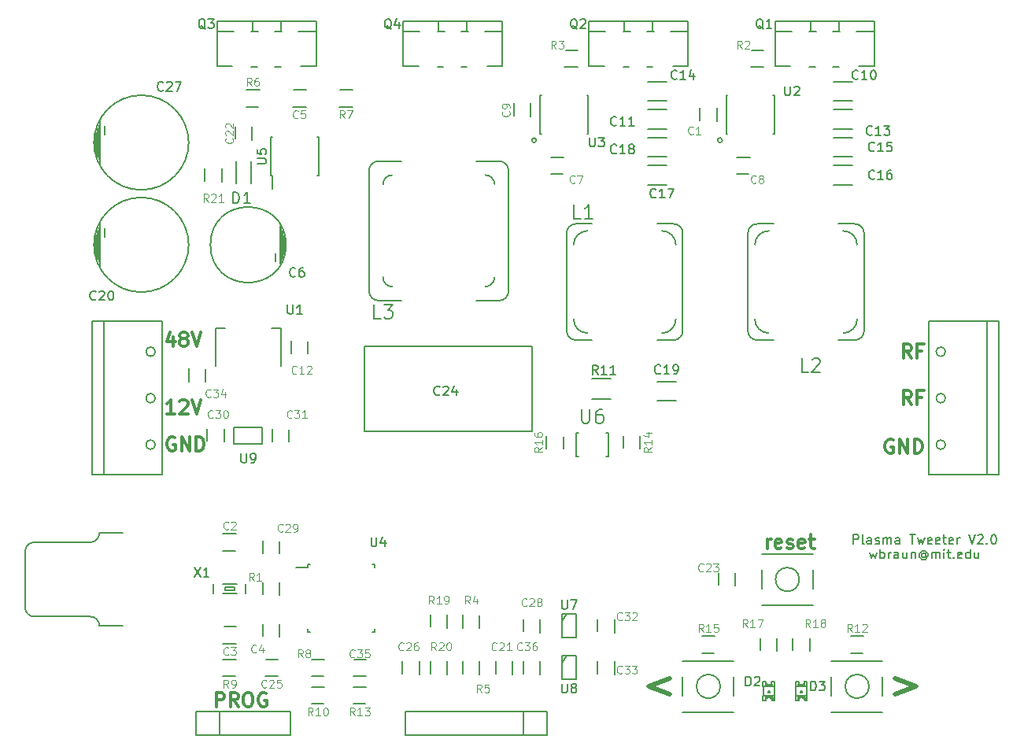
<source format=gto>
G04 #@! TF.FileFunction,Legend,Top*
%FSLAX46Y46*%
G04 Gerber Fmt 4.6, Leading zero omitted, Abs format (unit mm)*
G04 Created by KiCad (PCBNEW (2014-11-23 BZR 5300)-product) date Mon 09 Feb 2015 01:31:51 PM EST*
%MOMM*%
G01*
G04 APERTURE LIST*
%ADD10C,0.100000*%
%ADD11C,0.150000*%
%ADD12C,0.300000*%
%ADD13C,0.500000*%
G04 APERTURE END LIST*
D10*
D11*
X126083332Y-108177381D02*
X126083332Y-107177381D01*
X126464285Y-107177381D01*
X126559523Y-107225000D01*
X126607142Y-107272619D01*
X126654761Y-107367857D01*
X126654761Y-107510714D01*
X126607142Y-107605952D01*
X126559523Y-107653571D01*
X126464285Y-107701190D01*
X126083332Y-107701190D01*
X127226189Y-108177381D02*
X127130951Y-108129762D01*
X127083332Y-108034524D01*
X127083332Y-107177381D01*
X128035714Y-108177381D02*
X128035714Y-107653571D01*
X127988095Y-107558333D01*
X127892857Y-107510714D01*
X127702380Y-107510714D01*
X127607142Y-107558333D01*
X128035714Y-108129762D02*
X127940476Y-108177381D01*
X127702380Y-108177381D01*
X127607142Y-108129762D01*
X127559523Y-108034524D01*
X127559523Y-107939286D01*
X127607142Y-107844048D01*
X127702380Y-107796429D01*
X127940476Y-107796429D01*
X128035714Y-107748810D01*
X128464285Y-108129762D02*
X128559523Y-108177381D01*
X128749999Y-108177381D01*
X128845238Y-108129762D01*
X128892857Y-108034524D01*
X128892857Y-107986905D01*
X128845238Y-107891667D01*
X128749999Y-107844048D01*
X128607142Y-107844048D01*
X128511904Y-107796429D01*
X128464285Y-107701190D01*
X128464285Y-107653571D01*
X128511904Y-107558333D01*
X128607142Y-107510714D01*
X128749999Y-107510714D01*
X128845238Y-107558333D01*
X129321428Y-108177381D02*
X129321428Y-107510714D01*
X129321428Y-107605952D02*
X129369047Y-107558333D01*
X129464285Y-107510714D01*
X129607143Y-107510714D01*
X129702381Y-107558333D01*
X129750000Y-107653571D01*
X129750000Y-108177381D01*
X129750000Y-107653571D02*
X129797619Y-107558333D01*
X129892857Y-107510714D01*
X130035714Y-107510714D01*
X130130952Y-107558333D01*
X130178571Y-107653571D01*
X130178571Y-108177381D01*
X131083333Y-108177381D02*
X131083333Y-107653571D01*
X131035714Y-107558333D01*
X130940476Y-107510714D01*
X130749999Y-107510714D01*
X130654761Y-107558333D01*
X131083333Y-108129762D02*
X130988095Y-108177381D01*
X130749999Y-108177381D01*
X130654761Y-108129762D01*
X130607142Y-108034524D01*
X130607142Y-107939286D01*
X130654761Y-107844048D01*
X130749999Y-107796429D01*
X130988095Y-107796429D01*
X131083333Y-107748810D01*
X132178571Y-107177381D02*
X132750000Y-107177381D01*
X132464285Y-108177381D02*
X132464285Y-107177381D01*
X132988095Y-107510714D02*
X133178571Y-108177381D01*
X133369048Y-107701190D01*
X133559524Y-108177381D01*
X133750000Y-107510714D01*
X134511905Y-108129762D02*
X134416667Y-108177381D01*
X134226190Y-108177381D01*
X134130952Y-108129762D01*
X134083333Y-108034524D01*
X134083333Y-107653571D01*
X134130952Y-107558333D01*
X134226190Y-107510714D01*
X134416667Y-107510714D01*
X134511905Y-107558333D01*
X134559524Y-107653571D01*
X134559524Y-107748810D01*
X134083333Y-107844048D01*
X135369048Y-108129762D02*
X135273810Y-108177381D01*
X135083333Y-108177381D01*
X134988095Y-108129762D01*
X134940476Y-108034524D01*
X134940476Y-107653571D01*
X134988095Y-107558333D01*
X135083333Y-107510714D01*
X135273810Y-107510714D01*
X135369048Y-107558333D01*
X135416667Y-107653571D01*
X135416667Y-107748810D01*
X134940476Y-107844048D01*
X135702381Y-107510714D02*
X136083333Y-107510714D01*
X135845238Y-107177381D02*
X135845238Y-108034524D01*
X135892857Y-108129762D01*
X135988095Y-108177381D01*
X136083333Y-108177381D01*
X136797620Y-108129762D02*
X136702382Y-108177381D01*
X136511905Y-108177381D01*
X136416667Y-108129762D01*
X136369048Y-108034524D01*
X136369048Y-107653571D01*
X136416667Y-107558333D01*
X136511905Y-107510714D01*
X136702382Y-107510714D01*
X136797620Y-107558333D01*
X136845239Y-107653571D01*
X136845239Y-107748810D01*
X136369048Y-107844048D01*
X137273810Y-108177381D02*
X137273810Y-107510714D01*
X137273810Y-107701190D02*
X137321429Y-107605952D01*
X137369048Y-107558333D01*
X137464286Y-107510714D01*
X137559525Y-107510714D01*
X138511906Y-107177381D02*
X138845239Y-108177381D01*
X139178573Y-107177381D01*
X139464287Y-107272619D02*
X139511906Y-107225000D01*
X139607144Y-107177381D01*
X139845240Y-107177381D01*
X139940478Y-107225000D01*
X139988097Y-107272619D01*
X140035716Y-107367857D01*
X140035716Y-107463095D01*
X139988097Y-107605952D01*
X139416668Y-108177381D01*
X140035716Y-108177381D01*
X140464287Y-108082143D02*
X140511906Y-108129762D01*
X140464287Y-108177381D01*
X140416668Y-108129762D01*
X140464287Y-108082143D01*
X140464287Y-108177381D01*
X141130953Y-107177381D02*
X141226192Y-107177381D01*
X141321430Y-107225000D01*
X141369049Y-107272619D01*
X141416668Y-107367857D01*
X141464287Y-107558333D01*
X141464287Y-107796429D01*
X141416668Y-107986905D01*
X141369049Y-108082143D01*
X141321430Y-108129762D01*
X141226192Y-108177381D01*
X141130953Y-108177381D01*
X141035715Y-108129762D01*
X140988096Y-108082143D01*
X140940477Y-107986905D01*
X140892858Y-107796429D01*
X140892858Y-107558333D01*
X140940477Y-107367857D01*
X140988096Y-107272619D01*
X141035715Y-107225000D01*
X141130953Y-107177381D01*
X127845238Y-109060714D02*
X128035714Y-109727381D01*
X128226191Y-109251190D01*
X128416667Y-109727381D01*
X128607143Y-109060714D01*
X128988095Y-109727381D02*
X128988095Y-108727381D01*
X128988095Y-109108333D02*
X129083333Y-109060714D01*
X129273810Y-109060714D01*
X129369048Y-109108333D01*
X129416667Y-109155952D01*
X129464286Y-109251190D01*
X129464286Y-109536905D01*
X129416667Y-109632143D01*
X129369048Y-109679762D01*
X129273810Y-109727381D01*
X129083333Y-109727381D01*
X128988095Y-109679762D01*
X129892857Y-109727381D02*
X129892857Y-109060714D01*
X129892857Y-109251190D02*
X129940476Y-109155952D01*
X129988095Y-109108333D01*
X130083333Y-109060714D01*
X130178572Y-109060714D01*
X130940477Y-109727381D02*
X130940477Y-109203571D01*
X130892858Y-109108333D01*
X130797620Y-109060714D01*
X130607143Y-109060714D01*
X130511905Y-109108333D01*
X130940477Y-109679762D02*
X130845239Y-109727381D01*
X130607143Y-109727381D01*
X130511905Y-109679762D01*
X130464286Y-109584524D01*
X130464286Y-109489286D01*
X130511905Y-109394048D01*
X130607143Y-109346429D01*
X130845239Y-109346429D01*
X130940477Y-109298810D01*
X131845239Y-109060714D02*
X131845239Y-109727381D01*
X131416667Y-109060714D02*
X131416667Y-109584524D01*
X131464286Y-109679762D01*
X131559524Y-109727381D01*
X131702382Y-109727381D01*
X131797620Y-109679762D01*
X131845239Y-109632143D01*
X132321429Y-109060714D02*
X132321429Y-109727381D01*
X132321429Y-109155952D02*
X132369048Y-109108333D01*
X132464286Y-109060714D01*
X132607144Y-109060714D01*
X132702382Y-109108333D01*
X132750001Y-109203571D01*
X132750001Y-109727381D01*
X133845239Y-109251190D02*
X133797620Y-109203571D01*
X133702382Y-109155952D01*
X133607144Y-109155952D01*
X133511906Y-109203571D01*
X133464286Y-109251190D01*
X133416667Y-109346429D01*
X133416667Y-109441667D01*
X133464286Y-109536905D01*
X133511906Y-109584524D01*
X133607144Y-109632143D01*
X133702382Y-109632143D01*
X133797620Y-109584524D01*
X133845239Y-109536905D01*
X133845239Y-109155952D02*
X133845239Y-109536905D01*
X133892858Y-109584524D01*
X133940477Y-109584524D01*
X134035715Y-109536905D01*
X134083334Y-109441667D01*
X134083334Y-109203571D01*
X133988096Y-109060714D01*
X133845239Y-108965476D01*
X133654763Y-108917857D01*
X133464286Y-108965476D01*
X133321429Y-109060714D01*
X133226191Y-109203571D01*
X133178572Y-109394048D01*
X133226191Y-109584524D01*
X133321429Y-109727381D01*
X133464286Y-109822619D01*
X133654763Y-109870238D01*
X133845239Y-109822619D01*
X133988096Y-109727381D01*
X134511905Y-109727381D02*
X134511905Y-109060714D01*
X134511905Y-109155952D02*
X134559524Y-109108333D01*
X134654762Y-109060714D01*
X134797620Y-109060714D01*
X134892858Y-109108333D01*
X134940477Y-109203571D01*
X134940477Y-109727381D01*
X134940477Y-109203571D02*
X134988096Y-109108333D01*
X135083334Y-109060714D01*
X135226191Y-109060714D01*
X135321429Y-109108333D01*
X135369048Y-109203571D01*
X135369048Y-109727381D01*
X135845238Y-109727381D02*
X135845238Y-109060714D01*
X135845238Y-108727381D02*
X135797619Y-108775000D01*
X135845238Y-108822619D01*
X135892857Y-108775000D01*
X135845238Y-108727381D01*
X135845238Y-108822619D01*
X136178571Y-109060714D02*
X136559523Y-109060714D01*
X136321428Y-108727381D02*
X136321428Y-109584524D01*
X136369047Y-109679762D01*
X136464285Y-109727381D01*
X136559523Y-109727381D01*
X136892857Y-109632143D02*
X136940476Y-109679762D01*
X136892857Y-109727381D01*
X136845238Y-109679762D01*
X136892857Y-109632143D01*
X136892857Y-109727381D01*
X137750000Y-109679762D02*
X137654762Y-109727381D01*
X137464285Y-109727381D01*
X137369047Y-109679762D01*
X137321428Y-109584524D01*
X137321428Y-109203571D01*
X137369047Y-109108333D01*
X137464285Y-109060714D01*
X137654762Y-109060714D01*
X137750000Y-109108333D01*
X137797619Y-109203571D01*
X137797619Y-109298810D01*
X137321428Y-109394048D01*
X138654762Y-109727381D02*
X138654762Y-108727381D01*
X138654762Y-109679762D02*
X138559524Y-109727381D01*
X138369047Y-109727381D01*
X138273809Y-109679762D01*
X138226190Y-109632143D01*
X138178571Y-109536905D01*
X138178571Y-109251190D01*
X138226190Y-109155952D01*
X138273809Y-109108333D01*
X138369047Y-109060714D01*
X138559524Y-109060714D01*
X138654762Y-109108333D01*
X139559524Y-109060714D02*
X139559524Y-109727381D01*
X139130952Y-109060714D02*
X139130952Y-109584524D01*
X139178571Y-109679762D01*
X139273809Y-109727381D01*
X139416667Y-109727381D01*
X139511905Y-109679762D01*
X139559524Y-109632143D01*
D12*
X57571429Y-125678571D02*
X57571429Y-124178571D01*
X58142857Y-124178571D01*
X58285715Y-124250000D01*
X58357143Y-124321429D01*
X58428572Y-124464286D01*
X58428572Y-124678571D01*
X58357143Y-124821429D01*
X58285715Y-124892857D01*
X58142857Y-124964286D01*
X57571429Y-124964286D01*
X59928572Y-125678571D02*
X59428572Y-124964286D01*
X59071429Y-125678571D02*
X59071429Y-124178571D01*
X59642857Y-124178571D01*
X59785715Y-124250000D01*
X59857143Y-124321429D01*
X59928572Y-124464286D01*
X59928572Y-124678571D01*
X59857143Y-124821429D01*
X59785715Y-124892857D01*
X59642857Y-124964286D01*
X59071429Y-124964286D01*
X60857143Y-124178571D02*
X61142857Y-124178571D01*
X61285715Y-124250000D01*
X61428572Y-124392857D01*
X61500000Y-124678571D01*
X61500000Y-125178571D01*
X61428572Y-125464286D01*
X61285715Y-125607143D01*
X61142857Y-125678571D01*
X60857143Y-125678571D01*
X60714286Y-125607143D01*
X60571429Y-125464286D01*
X60500000Y-125178571D01*
X60500000Y-124678571D01*
X60571429Y-124392857D01*
X60714286Y-124250000D01*
X60857143Y-124178571D01*
X62928572Y-124250000D02*
X62785715Y-124178571D01*
X62571429Y-124178571D01*
X62357144Y-124250000D01*
X62214286Y-124392857D01*
X62142858Y-124535714D01*
X62071429Y-124821429D01*
X62071429Y-125035714D01*
X62142858Y-125321429D01*
X62214286Y-125464286D01*
X62357144Y-125607143D01*
X62571429Y-125678571D01*
X62714286Y-125678571D01*
X62928572Y-125607143D01*
X63000001Y-125535714D01*
X63000001Y-125035714D01*
X62714286Y-125035714D01*
X130357143Y-97000000D02*
X130214286Y-96928571D01*
X130000000Y-96928571D01*
X129785715Y-97000000D01*
X129642857Y-97142857D01*
X129571429Y-97285714D01*
X129500000Y-97571429D01*
X129500000Y-97785714D01*
X129571429Y-98071429D01*
X129642857Y-98214286D01*
X129785715Y-98357143D01*
X130000000Y-98428571D01*
X130142857Y-98428571D01*
X130357143Y-98357143D01*
X130428572Y-98285714D01*
X130428572Y-97785714D01*
X130142857Y-97785714D01*
X131071429Y-98428571D02*
X131071429Y-96928571D01*
X131928572Y-98428571D01*
X131928572Y-96928571D01*
X132642858Y-98428571D02*
X132642858Y-96928571D01*
X133000001Y-96928571D01*
X133214286Y-97000000D01*
X133357144Y-97142857D01*
X133428572Y-97285714D01*
X133500001Y-97571429D01*
X133500001Y-97785714D01*
X133428572Y-98071429D01*
X133357144Y-98214286D01*
X133214286Y-98357143D01*
X133000001Y-98428571D01*
X132642858Y-98428571D01*
X132321429Y-93178571D02*
X131821429Y-92464286D01*
X131464286Y-93178571D02*
X131464286Y-91678571D01*
X132035714Y-91678571D01*
X132178572Y-91750000D01*
X132250000Y-91821429D01*
X132321429Y-91964286D01*
X132321429Y-92178571D01*
X132250000Y-92321429D01*
X132178572Y-92392857D01*
X132035714Y-92464286D01*
X131464286Y-92464286D01*
X133464286Y-92392857D02*
X132964286Y-92392857D01*
X132964286Y-93178571D02*
X132964286Y-91678571D01*
X133678572Y-91678571D01*
X132321429Y-88178571D02*
X131821429Y-87464286D01*
X131464286Y-88178571D02*
X131464286Y-86678571D01*
X132035714Y-86678571D01*
X132178572Y-86750000D01*
X132250000Y-86821429D01*
X132321429Y-86964286D01*
X132321429Y-87178571D01*
X132250000Y-87321429D01*
X132178572Y-87392857D01*
X132035714Y-87464286D01*
X131464286Y-87464286D01*
X133464286Y-87392857D02*
X132964286Y-87392857D01*
X132964286Y-88178571D02*
X132964286Y-86678571D01*
X133678572Y-86678571D01*
X53107143Y-96750000D02*
X52964286Y-96678571D01*
X52750000Y-96678571D01*
X52535715Y-96750000D01*
X52392857Y-96892857D01*
X52321429Y-97035714D01*
X52250000Y-97321429D01*
X52250000Y-97535714D01*
X52321429Y-97821429D01*
X52392857Y-97964286D01*
X52535715Y-98107143D01*
X52750000Y-98178571D01*
X52892857Y-98178571D01*
X53107143Y-98107143D01*
X53178572Y-98035714D01*
X53178572Y-97535714D01*
X52892857Y-97535714D01*
X53821429Y-98178571D02*
X53821429Y-96678571D01*
X54678572Y-98178571D01*
X54678572Y-96678571D01*
X55392858Y-98178571D02*
X55392858Y-96678571D01*
X55750001Y-96678571D01*
X55964286Y-96750000D01*
X56107144Y-96892857D01*
X56178572Y-97035714D01*
X56250001Y-97321429D01*
X56250001Y-97535714D01*
X56178572Y-97821429D01*
X56107144Y-97964286D01*
X55964286Y-98107143D01*
X55750001Y-98178571D01*
X55392858Y-98178571D01*
X53071429Y-94178571D02*
X52214286Y-94178571D01*
X52642858Y-94178571D02*
X52642858Y-92678571D01*
X52500001Y-92892857D01*
X52357143Y-93035714D01*
X52214286Y-93107143D01*
X53642857Y-92821429D02*
X53714286Y-92750000D01*
X53857143Y-92678571D01*
X54214286Y-92678571D01*
X54357143Y-92750000D01*
X54428572Y-92821429D01*
X54500000Y-92964286D01*
X54500000Y-93107143D01*
X54428572Y-93321429D01*
X53571429Y-94178571D01*
X54500000Y-94178571D01*
X54928571Y-92678571D02*
X55428571Y-94178571D01*
X55928571Y-92678571D01*
X52928572Y-85928571D02*
X52928572Y-86928571D01*
X52571429Y-85357143D02*
X52214286Y-86428571D01*
X53142858Y-86428571D01*
X53928572Y-86071429D02*
X53785714Y-86000000D01*
X53714286Y-85928571D01*
X53642857Y-85785714D01*
X53642857Y-85714286D01*
X53714286Y-85571429D01*
X53785714Y-85500000D01*
X53928572Y-85428571D01*
X54214286Y-85428571D01*
X54357143Y-85500000D01*
X54428572Y-85571429D01*
X54500000Y-85714286D01*
X54500000Y-85785714D01*
X54428572Y-85928571D01*
X54357143Y-86000000D01*
X54214286Y-86071429D01*
X53928572Y-86071429D01*
X53785714Y-86142857D01*
X53714286Y-86214286D01*
X53642857Y-86357143D01*
X53642857Y-86642857D01*
X53714286Y-86785714D01*
X53785714Y-86857143D01*
X53928572Y-86928571D01*
X54214286Y-86928571D01*
X54357143Y-86857143D01*
X54428572Y-86785714D01*
X54500000Y-86642857D01*
X54500000Y-86357143D01*
X54428572Y-86214286D01*
X54357143Y-86142857D01*
X54214286Y-86071429D01*
X54928571Y-85428571D02*
X55428571Y-86928571D01*
X55928571Y-85428571D01*
D13*
X130607143Y-122607143D02*
X132892857Y-123464286D01*
X130607143Y-124321429D01*
X106392857Y-122607143D02*
X104107143Y-123464286D01*
X106392857Y-124321429D01*
D12*
X116821429Y-108678571D02*
X116821429Y-107678571D01*
X116821429Y-107964286D02*
X116892857Y-107821429D01*
X116964286Y-107750000D01*
X117107143Y-107678571D01*
X117250000Y-107678571D01*
X118321428Y-108607143D02*
X118178571Y-108678571D01*
X117892857Y-108678571D01*
X117750000Y-108607143D01*
X117678571Y-108464286D01*
X117678571Y-107892857D01*
X117750000Y-107750000D01*
X117892857Y-107678571D01*
X118178571Y-107678571D01*
X118321428Y-107750000D01*
X118392857Y-107892857D01*
X118392857Y-108035714D01*
X117678571Y-108178571D01*
X118964285Y-108607143D02*
X119107142Y-108678571D01*
X119392857Y-108678571D01*
X119535714Y-108607143D01*
X119607142Y-108464286D01*
X119607142Y-108392857D01*
X119535714Y-108250000D01*
X119392857Y-108178571D01*
X119178571Y-108178571D01*
X119035714Y-108107143D01*
X118964285Y-107964286D01*
X118964285Y-107892857D01*
X119035714Y-107750000D01*
X119178571Y-107678571D01*
X119392857Y-107678571D01*
X119535714Y-107750000D01*
X120821428Y-108607143D02*
X120678571Y-108678571D01*
X120392857Y-108678571D01*
X120250000Y-108607143D01*
X120178571Y-108464286D01*
X120178571Y-107892857D01*
X120250000Y-107750000D01*
X120392857Y-107678571D01*
X120678571Y-107678571D01*
X120821428Y-107750000D01*
X120892857Y-107892857D01*
X120892857Y-108035714D01*
X120178571Y-108178571D01*
X121321428Y-107678571D02*
X121892857Y-107678571D01*
X121535714Y-107178571D02*
X121535714Y-108464286D01*
X121607142Y-108607143D01*
X121750000Y-108678571D01*
X121892857Y-108678571D01*
D11*
X126000000Y-58475000D02*
X124000000Y-58475000D01*
X124000000Y-60525000D02*
X126000000Y-60525000D01*
X106000000Y-61475000D02*
X104000000Y-61475000D01*
X104000000Y-63525000D02*
X106000000Y-63525000D01*
X126000000Y-61475000D02*
X124000000Y-61475000D01*
X124000000Y-63525000D02*
X126000000Y-63525000D01*
X106000000Y-58475000D02*
X104000000Y-58475000D01*
X104000000Y-60525000D02*
X106000000Y-60525000D01*
X124000000Y-66525000D02*
X126000000Y-66525000D01*
X126000000Y-64475000D02*
X124000000Y-64475000D01*
X124000000Y-69525000D02*
X126000000Y-69525000D01*
X126000000Y-67475000D02*
X124000000Y-67475000D01*
X104000000Y-69525000D02*
X106000000Y-69525000D01*
X106000000Y-67475000D02*
X104000000Y-67475000D01*
X104000000Y-66525000D02*
X106000000Y-66525000D01*
X106000000Y-64475000D02*
X104000000Y-64475000D01*
X45055000Y-78413000D02*
X45055000Y-73587000D01*
X44674000Y-74857000D02*
X44674000Y-77143000D01*
X54594267Y-76000000D02*
G75*
G03X54594267Y-76000000I-5094267J0D01*
G01*
X45055000Y-73968000D02*
X45055000Y-78032000D01*
X45055000Y-78032000D02*
X44928000Y-77651000D01*
X44928000Y-77651000D02*
X44928000Y-74349000D01*
X44928000Y-74349000D02*
X45055000Y-73968000D01*
X45563000Y-75111000D02*
X45563000Y-74222000D01*
X44547000Y-74984000D02*
X44547000Y-77016000D01*
X44674000Y-77016000D02*
X44674000Y-74984000D01*
X44801000Y-77524000D02*
X44801000Y-74476000D01*
X91517000Y-96072000D02*
X91517000Y-86928000D01*
X91517000Y-86928000D02*
X73483000Y-86928000D01*
X73483000Y-86928000D02*
X73483000Y-96072000D01*
X73483000Y-96072000D02*
X91517000Y-96072000D01*
X45055000Y-67413000D02*
X45055000Y-62587000D01*
X44674000Y-63857000D02*
X44674000Y-66143000D01*
X54594267Y-65000000D02*
G75*
G03X54594267Y-65000000I-5094267J0D01*
G01*
X45055000Y-62968000D02*
X45055000Y-67032000D01*
X45055000Y-67032000D02*
X44928000Y-66651000D01*
X44928000Y-66651000D02*
X44928000Y-63349000D01*
X44928000Y-63349000D02*
X45055000Y-62968000D01*
X45563000Y-64111000D02*
X45563000Y-63222000D01*
X44547000Y-63984000D02*
X44547000Y-66016000D01*
X44674000Y-66016000D02*
X44674000Y-63984000D01*
X44801000Y-66524000D02*
X44801000Y-63476000D01*
X116700280Y-124497840D02*
X116375160Y-124497840D01*
X116375160Y-124497840D02*
X116375160Y-124998220D01*
X116700280Y-124998220D02*
X116375160Y-124998220D01*
X116700280Y-124497840D02*
X116700280Y-124998220D01*
X117322580Y-124497840D02*
X117172720Y-124497840D01*
X117172720Y-124497840D02*
X117172720Y-124749300D01*
X117322580Y-124749300D02*
X117172720Y-124749300D01*
X117322580Y-124497840D02*
X117322580Y-124749300D01*
X116827280Y-124497840D02*
X116677420Y-124497840D01*
X116677420Y-124497840D02*
X116677420Y-124749300D01*
X116827280Y-124749300D02*
X116677420Y-124749300D01*
X116827280Y-124497840D02*
X116827280Y-124749300D01*
X117198120Y-124497840D02*
X116801880Y-124497840D01*
X116801880Y-124497840D02*
X116801880Y-124673100D01*
X117198120Y-124673100D02*
X116801880Y-124673100D01*
X117198120Y-124497840D02*
X117198120Y-124673100D01*
X116700280Y-123001780D02*
X116375160Y-123001780D01*
X116375160Y-123001780D02*
X116375160Y-123502160D01*
X116700280Y-123502160D02*
X116375160Y-123502160D01*
X116700280Y-123001780D02*
X116700280Y-123502160D01*
X117624840Y-123001780D02*
X117299720Y-123001780D01*
X117299720Y-123001780D02*
X117299720Y-123502160D01*
X117624840Y-123502160D02*
X117299720Y-123502160D01*
X117624840Y-123001780D02*
X117624840Y-123502160D01*
X116827280Y-123250700D02*
X116677420Y-123250700D01*
X116677420Y-123250700D02*
X116677420Y-123502160D01*
X116827280Y-123502160D02*
X116677420Y-123502160D01*
X116827280Y-123250700D02*
X116827280Y-123502160D01*
X117322580Y-123250700D02*
X117172720Y-123250700D01*
X117172720Y-123250700D02*
X117172720Y-123502160D01*
X117322580Y-123502160D02*
X117172720Y-123502160D01*
X117322580Y-123250700D02*
X117322580Y-123502160D01*
X117198120Y-123326900D02*
X116801880Y-123326900D01*
X116801880Y-123326900D02*
X116801880Y-123502160D01*
X117198120Y-123502160D02*
X116801880Y-123502160D01*
X117198120Y-123326900D02*
X117198120Y-123502160D01*
X117099060Y-124000000D02*
X116900940Y-124000000D01*
X116900940Y-124000000D02*
X116900940Y-124198120D01*
X117099060Y-124198120D02*
X116900940Y-124198120D01*
X117099060Y-124000000D02*
X117099060Y-124198120D01*
X117599440Y-124497840D02*
X117299720Y-124497840D01*
X117299720Y-124497840D02*
X117299720Y-124797560D01*
X117599440Y-124797560D02*
X117299720Y-124797560D01*
X117599440Y-124497840D02*
X117599440Y-124797560D01*
X117624840Y-124924560D02*
X117398780Y-124924560D01*
X117398780Y-124924560D02*
X117398780Y-124998220D01*
X117624840Y-124998220D02*
X117398780Y-124998220D01*
X117624840Y-124924560D02*
X117624840Y-124998220D01*
X116425960Y-124523240D02*
X116425960Y-123476760D01*
X117574040Y-123502160D02*
X117574040Y-124924560D01*
X117521422Y-124848360D02*
G75*
G03X117521422Y-124848360I-71842J0D01*
G01*
X117347980Y-124998220D02*
G75*
G03X116652020Y-124998220I-347980J0D01*
G01*
X116652020Y-123001780D02*
G75*
G03X117347980Y-123001780I347980J0D01*
G01*
X120200280Y-124497840D02*
X119875160Y-124497840D01*
X119875160Y-124497840D02*
X119875160Y-124998220D01*
X120200280Y-124998220D02*
X119875160Y-124998220D01*
X120200280Y-124497840D02*
X120200280Y-124998220D01*
X120822580Y-124497840D02*
X120672720Y-124497840D01*
X120672720Y-124497840D02*
X120672720Y-124749300D01*
X120822580Y-124749300D02*
X120672720Y-124749300D01*
X120822580Y-124497840D02*
X120822580Y-124749300D01*
X120327280Y-124497840D02*
X120177420Y-124497840D01*
X120177420Y-124497840D02*
X120177420Y-124749300D01*
X120327280Y-124749300D02*
X120177420Y-124749300D01*
X120327280Y-124497840D02*
X120327280Y-124749300D01*
X120698120Y-124497840D02*
X120301880Y-124497840D01*
X120301880Y-124497840D02*
X120301880Y-124673100D01*
X120698120Y-124673100D02*
X120301880Y-124673100D01*
X120698120Y-124497840D02*
X120698120Y-124673100D01*
X120200280Y-123001780D02*
X119875160Y-123001780D01*
X119875160Y-123001780D02*
X119875160Y-123502160D01*
X120200280Y-123502160D02*
X119875160Y-123502160D01*
X120200280Y-123001780D02*
X120200280Y-123502160D01*
X121124840Y-123001780D02*
X120799720Y-123001780D01*
X120799720Y-123001780D02*
X120799720Y-123502160D01*
X121124840Y-123502160D02*
X120799720Y-123502160D01*
X121124840Y-123001780D02*
X121124840Y-123502160D01*
X120327280Y-123250700D02*
X120177420Y-123250700D01*
X120177420Y-123250700D02*
X120177420Y-123502160D01*
X120327280Y-123502160D02*
X120177420Y-123502160D01*
X120327280Y-123250700D02*
X120327280Y-123502160D01*
X120822580Y-123250700D02*
X120672720Y-123250700D01*
X120672720Y-123250700D02*
X120672720Y-123502160D01*
X120822580Y-123502160D02*
X120672720Y-123502160D01*
X120822580Y-123250700D02*
X120822580Y-123502160D01*
X120698120Y-123326900D02*
X120301880Y-123326900D01*
X120301880Y-123326900D02*
X120301880Y-123502160D01*
X120698120Y-123502160D02*
X120301880Y-123502160D01*
X120698120Y-123326900D02*
X120698120Y-123502160D01*
X120599060Y-124000000D02*
X120400940Y-124000000D01*
X120400940Y-124000000D02*
X120400940Y-124198120D01*
X120599060Y-124198120D02*
X120400940Y-124198120D01*
X120599060Y-124000000D02*
X120599060Y-124198120D01*
X121099440Y-124497840D02*
X120799720Y-124497840D01*
X120799720Y-124497840D02*
X120799720Y-124797560D01*
X121099440Y-124797560D02*
X120799720Y-124797560D01*
X121099440Y-124497840D02*
X121099440Y-124797560D01*
X121124840Y-124924560D02*
X120898780Y-124924560D01*
X120898780Y-124924560D02*
X120898780Y-124998220D01*
X121124840Y-124998220D02*
X120898780Y-124998220D01*
X121124840Y-124924560D02*
X121124840Y-124998220D01*
X119925960Y-124523240D02*
X119925960Y-123476760D01*
X121074040Y-123502160D02*
X121074040Y-124924560D01*
X121021422Y-124848360D02*
G75*
G03X121021422Y-124848360I-71842J0D01*
G01*
X120847980Y-124998220D02*
G75*
G03X120152020Y-124998220I-347980J0D01*
G01*
X120152020Y-123001780D02*
G75*
G03X120847980Y-123001780I347980J0D01*
G01*
X106750000Y-86250000D02*
G75*
G03X107750000Y-85250000I0J1000000D01*
G01*
X105500000Y-85500000D02*
G75*
G03X107000000Y-84000000I0J1500000D01*
G01*
X96000000Y-84000000D02*
G75*
G03X97500000Y-85500000I1500000J0D01*
G01*
X107000000Y-76000000D02*
G75*
G03X105500000Y-74500000I-1500000J0D01*
G01*
X97500000Y-74500000D02*
G75*
G03X96000000Y-76000000I0J-1500000D01*
G01*
X95250000Y-85250000D02*
G75*
G03X96250000Y-86250000I1000000J0D01*
G01*
X96250000Y-73750000D02*
G75*
G03X95250000Y-74750000I0J-1000000D01*
G01*
X107750000Y-74750000D02*
G75*
G03X106750000Y-73750000I-1000000J0D01*
G01*
X106750000Y-73750000D02*
X105000000Y-73750000D01*
X96250000Y-73750000D02*
X98000000Y-73750000D01*
X106750000Y-86250000D02*
X105000000Y-86250000D01*
X96250000Y-86250000D02*
X98000000Y-86250000D01*
X107750000Y-74750000D02*
X107750000Y-85250000D01*
X95250000Y-74750000D02*
X95250000Y-85250000D01*
X126250000Y-86250000D02*
G75*
G03X127250000Y-85250000I0J1000000D01*
G01*
X125000000Y-85500000D02*
G75*
G03X126500000Y-84000000I0J1500000D01*
G01*
X115500000Y-84000000D02*
G75*
G03X117000000Y-85500000I1500000J0D01*
G01*
X126500000Y-76000000D02*
G75*
G03X125000000Y-74500000I-1500000J0D01*
G01*
X117000000Y-74500000D02*
G75*
G03X115500000Y-76000000I0J-1500000D01*
G01*
X114750000Y-85250000D02*
G75*
G03X115750000Y-86250000I1000000J0D01*
G01*
X115750000Y-73750000D02*
G75*
G03X114750000Y-74750000I0J-1000000D01*
G01*
X127250000Y-74750000D02*
G75*
G03X126250000Y-73750000I-1000000J0D01*
G01*
X126250000Y-73750000D02*
X124500000Y-73750000D01*
X115750000Y-73750000D02*
X117500000Y-73750000D01*
X126250000Y-86250000D02*
X124500000Y-86250000D01*
X115750000Y-86250000D02*
X117500000Y-86250000D01*
X127250000Y-74750000D02*
X127250000Y-85250000D01*
X114750000Y-74750000D02*
X114750000Y-85250000D01*
X86500000Y-80500000D02*
G75*
G03X87500000Y-79500000I0J1000000D01*
G01*
X75500000Y-79500000D02*
G75*
G03X76500000Y-80500000I1000000J0D01*
G01*
X76500000Y-68500000D02*
G75*
G03X75500000Y-69500000I0J-1000000D01*
G01*
X87500000Y-69500000D02*
G75*
G03X86500000Y-68500000I-1000000J0D01*
G01*
X77000000Y-82000000D02*
X77500000Y-82000000D01*
X86000000Y-82000000D02*
X85500000Y-82000000D01*
X88000000Y-82000000D02*
X86000000Y-82000000D01*
X75000000Y-82000000D02*
X77000000Y-82000000D01*
X88000000Y-67000000D02*
X85500000Y-67000000D01*
X75000000Y-67000000D02*
X77500000Y-67000000D01*
X89000000Y-68000000D02*
G75*
G03X88000000Y-67000000I-1000000J0D01*
G01*
X88000000Y-82000000D02*
G75*
G03X89000000Y-81000000I0J1000000D01*
G01*
X89000000Y-68000000D02*
X89000000Y-81000000D01*
X74000000Y-81000000D02*
G75*
G03X75000000Y-82000000I1000000J0D01*
G01*
X75000000Y-67000000D02*
G75*
G03X74000000Y-68000000I0J-1000000D01*
G01*
X74000000Y-81000000D02*
X74000000Y-68000000D01*
X51000000Y-87500000D02*
G75*
G03X51000000Y-87500000I-500000J0D01*
G01*
X45500000Y-89000000D02*
X45500000Y-84250000D01*
X51750000Y-84250000D02*
X51750000Y-89000000D01*
X44250000Y-84250000D02*
X51750000Y-84250000D01*
X44250000Y-89000000D02*
X44250000Y-84250000D01*
X51000000Y-97500000D02*
G75*
G03X51000000Y-97500000I-500000J0D01*
G01*
X51000000Y-92500000D02*
G75*
G03X51000000Y-92500000I-500000J0D01*
G01*
X45500000Y-89000000D02*
X45500000Y-100750000D01*
X51750000Y-100750000D02*
X44250000Y-100750000D01*
X44250000Y-100750000D02*
X44250000Y-89000000D01*
X51750000Y-89000000D02*
X51750000Y-100750000D01*
X136000000Y-97500000D02*
G75*
G03X136000000Y-97500000I-500000J0D01*
G01*
X140500000Y-96000000D02*
X140500000Y-100750000D01*
X134250000Y-100750000D02*
X134250000Y-96000000D01*
X141750000Y-100750000D02*
X134250000Y-100750000D01*
X141750000Y-96000000D02*
X141750000Y-100750000D01*
X136000000Y-87500000D02*
G75*
G03X136000000Y-87500000I-500000J0D01*
G01*
X136000000Y-92500000D02*
G75*
G03X136000000Y-92500000I-500000J0D01*
G01*
X140500000Y-96000000D02*
X140500000Y-84250000D01*
X134250000Y-84250000D02*
X141750000Y-84250000D01*
X141750000Y-84250000D02*
X141750000Y-96000000D01*
X134250000Y-96000000D02*
X134250000Y-84250000D01*
X90580000Y-128770000D02*
X77880000Y-128770000D01*
X77880000Y-128770000D02*
X77880000Y-126230000D01*
X77880000Y-126230000D02*
X90580000Y-126230000D01*
X93120000Y-128770000D02*
X90580000Y-128770000D01*
X90580000Y-128770000D02*
X90580000Y-126230000D01*
X93120000Y-128770000D02*
X93120000Y-126230000D01*
X93120000Y-126230000D02*
X90580000Y-126230000D01*
X57960000Y-128770000D02*
X65580000Y-128770000D01*
X57960000Y-126230000D02*
X65580000Y-126230000D01*
X55420000Y-126230000D02*
X57960000Y-126230000D01*
X65580000Y-128770000D02*
X65580000Y-126230000D01*
X57960000Y-126230000D02*
X57960000Y-128770000D01*
X55420000Y-126230000D02*
X55420000Y-128770000D01*
X55420000Y-128770000D02*
X57960000Y-128770000D01*
X37000000Y-115000000D02*
X37000000Y-109000000D01*
X37000000Y-115000000D02*
G75*
G03X38000000Y-116000000I1000000J0D01*
G01*
X38000000Y-108000000D02*
G75*
G03X37000000Y-109000000I0J-1000000D01*
G01*
X44000000Y-108000000D02*
X38000000Y-108000000D01*
X44000000Y-116000000D02*
X38000000Y-116000000D01*
X44000000Y-108000000D02*
G75*
G03X45000000Y-107000000I0J1000000D01*
G01*
X45000000Y-117000000D02*
G75*
G03X44000000Y-116000000I-1000000J0D01*
G01*
X47500000Y-117000000D02*
X45000000Y-117000000D01*
X47500000Y-107000000D02*
X45000000Y-107000000D01*
X128334000Y-53095000D02*
X126429000Y-53095000D01*
X123889000Y-53095000D02*
X124651000Y-53095000D01*
X121476000Y-53095000D02*
X121349000Y-53095000D01*
X121476000Y-53095000D02*
X122111000Y-53095000D01*
X117666000Y-53095000D02*
X119444000Y-53095000D01*
X117666000Y-56778000D02*
X119317000Y-56778000D01*
X121984000Y-56905000D02*
X121349000Y-56905000D01*
X124524000Y-56905000D02*
X123889000Y-56905000D01*
X128334000Y-56778000D02*
X126683000Y-56778000D01*
X121476000Y-51952000D02*
X121476000Y-53095000D01*
X124524000Y-51952000D02*
X124524000Y-53095000D01*
X128334000Y-53095000D02*
X128334000Y-56778000D01*
X117666000Y-56778000D02*
X117666000Y-53095000D01*
X128334000Y-51952000D02*
X128334000Y-53095000D01*
X117666000Y-53095000D02*
X117666000Y-51952000D01*
X123000000Y-51952000D02*
X117666000Y-51952000D01*
X123000000Y-51952000D02*
X128334000Y-51952000D01*
X108334000Y-53095000D02*
X106429000Y-53095000D01*
X103889000Y-53095000D02*
X104651000Y-53095000D01*
X101476000Y-53095000D02*
X101349000Y-53095000D01*
X101476000Y-53095000D02*
X102111000Y-53095000D01*
X97666000Y-53095000D02*
X99444000Y-53095000D01*
X97666000Y-56778000D02*
X99317000Y-56778000D01*
X101984000Y-56905000D02*
X101349000Y-56905000D01*
X104524000Y-56905000D02*
X103889000Y-56905000D01*
X108334000Y-56778000D02*
X106683000Y-56778000D01*
X101476000Y-51952000D02*
X101476000Y-53095000D01*
X104524000Y-51952000D02*
X104524000Y-53095000D01*
X108334000Y-53095000D02*
X108334000Y-56778000D01*
X97666000Y-56778000D02*
X97666000Y-53095000D01*
X108334000Y-51952000D02*
X108334000Y-53095000D01*
X97666000Y-53095000D02*
X97666000Y-51952000D01*
X103000000Y-51952000D02*
X97666000Y-51952000D01*
X103000000Y-51952000D02*
X108334000Y-51952000D01*
X68334000Y-53095000D02*
X66429000Y-53095000D01*
X63889000Y-53095000D02*
X64651000Y-53095000D01*
X61476000Y-53095000D02*
X61349000Y-53095000D01*
X61476000Y-53095000D02*
X62111000Y-53095000D01*
X57666000Y-53095000D02*
X59444000Y-53095000D01*
X57666000Y-56778000D02*
X59317000Y-56778000D01*
X61984000Y-56905000D02*
X61349000Y-56905000D01*
X64524000Y-56905000D02*
X63889000Y-56905000D01*
X68334000Y-56778000D02*
X66683000Y-56778000D01*
X61476000Y-51952000D02*
X61476000Y-53095000D01*
X64524000Y-51952000D02*
X64524000Y-53095000D01*
X68334000Y-53095000D02*
X68334000Y-56778000D01*
X57666000Y-56778000D02*
X57666000Y-53095000D01*
X68334000Y-51952000D02*
X68334000Y-53095000D01*
X57666000Y-53095000D02*
X57666000Y-51952000D01*
X63000000Y-51952000D02*
X57666000Y-51952000D01*
X63000000Y-51952000D02*
X68334000Y-51952000D01*
X88334000Y-53095000D02*
X86429000Y-53095000D01*
X83889000Y-53095000D02*
X84651000Y-53095000D01*
X81476000Y-53095000D02*
X81349000Y-53095000D01*
X81476000Y-53095000D02*
X82111000Y-53095000D01*
X77666000Y-53095000D02*
X79444000Y-53095000D01*
X77666000Y-56778000D02*
X79317000Y-56778000D01*
X81984000Y-56905000D02*
X81349000Y-56905000D01*
X84524000Y-56905000D02*
X83889000Y-56905000D01*
X88334000Y-56778000D02*
X86683000Y-56778000D01*
X81476000Y-51952000D02*
X81476000Y-53095000D01*
X84524000Y-51952000D02*
X84524000Y-53095000D01*
X88334000Y-53095000D02*
X88334000Y-56778000D01*
X77666000Y-56778000D02*
X77666000Y-53095000D01*
X88334000Y-51952000D02*
X88334000Y-53095000D01*
X77666000Y-53095000D02*
X77666000Y-51952000D01*
X83000000Y-51952000D02*
X77666000Y-51952000D01*
X83000000Y-51952000D02*
X88334000Y-51952000D01*
X98000000Y-90425000D02*
X100000000Y-90425000D01*
X100000000Y-92575000D02*
X98000000Y-92575000D01*
X121750000Y-114750000D02*
X116250000Y-114750000D01*
X121750000Y-111000000D02*
X121750000Y-113000000D01*
X116250000Y-109250000D02*
X121750000Y-109250000D01*
X116250000Y-111000000D02*
X116250000Y-113000000D01*
X120274755Y-112000000D02*
G75*
G03X120274755Y-112000000I-1274755J0D01*
G01*
X129250000Y-126250000D02*
X123750000Y-126250000D01*
X129250000Y-122500000D02*
X129250000Y-124500000D01*
X123750000Y-120750000D02*
X129250000Y-120750000D01*
X123750000Y-122500000D02*
X123750000Y-124500000D01*
X127774755Y-123500000D02*
G75*
G03X127774755Y-123500000I-1274755J0D01*
G01*
X113250000Y-126250000D02*
X107750000Y-126250000D01*
X113250000Y-122500000D02*
X113250000Y-124500000D01*
X107750000Y-120750000D02*
X113250000Y-120750000D01*
X107750000Y-122500000D02*
X107750000Y-124500000D01*
X111774755Y-123500000D02*
G75*
G03X111774755Y-123500000I-1274755J0D01*
G01*
X67375000Y-110375000D02*
X67375000Y-110675000D01*
X74625000Y-110375000D02*
X74625000Y-110675000D01*
X74625000Y-117625000D02*
X74625000Y-117325000D01*
X67375000Y-117625000D02*
X67375000Y-117325000D01*
X67375000Y-110375000D02*
X67675000Y-110375000D01*
X67375000Y-117625000D02*
X67675000Y-117625000D01*
X74625000Y-117625000D02*
X74325000Y-117625000D01*
X74625000Y-110375000D02*
X74325000Y-110375000D01*
X67375000Y-110675000D02*
X66150000Y-110675000D01*
X63425000Y-68575000D02*
X63570000Y-68575000D01*
X63425000Y-64425000D02*
X63570000Y-64425000D01*
X68575000Y-64425000D02*
X68430000Y-64425000D01*
X68575000Y-68575000D02*
X68430000Y-68575000D01*
X63425000Y-68575000D02*
X63425000Y-64425000D01*
X68575000Y-68575000D02*
X68575000Y-64425000D01*
X63570000Y-68575000D02*
X63570000Y-69975000D01*
X99750000Y-98750000D02*
X99750000Y-96250000D01*
X99750000Y-96250000D02*
X99500000Y-96250000D01*
X99500000Y-98750000D02*
X99750000Y-98750000D01*
X96250000Y-98750000D02*
X96500000Y-98750000D01*
X96250000Y-96250000D02*
X96500000Y-96250000D01*
X96250000Y-96250000D02*
X96250000Y-98750000D01*
X61300000Y-69400000D02*
X61300000Y-67000000D01*
X59700000Y-69400000D02*
X59700000Y-67000000D01*
X107000000Y-90725000D02*
X105000000Y-90725000D01*
X105000000Y-92775000D02*
X107000000Y-92775000D01*
X64429000Y-78032000D02*
X64429000Y-73968000D01*
X64429000Y-73968000D02*
X64556000Y-74349000D01*
X64556000Y-74349000D02*
X64556000Y-77651000D01*
X64556000Y-77651000D02*
X64429000Y-78032000D01*
X65065984Y-76000000D02*
G75*
G03X65065984Y-76000000I-4065984J0D01*
G01*
X63921000Y-76889000D02*
X63921000Y-77778000D01*
X64937000Y-77016000D02*
X64937000Y-74984000D01*
X64810000Y-74984000D02*
X64810000Y-77016000D01*
X64683000Y-74476000D02*
X64683000Y-77524000D01*
X94738000Y-116492000D02*
X95246000Y-115730000D01*
X94738000Y-118270000D02*
X94738000Y-115666500D01*
X94738000Y-115666500D02*
X96262000Y-115666500D01*
X96262000Y-115666500D02*
X96262000Y-118270000D01*
X96262000Y-118270000D02*
X94738000Y-118270000D01*
X94738000Y-120992000D02*
X95246000Y-120230000D01*
X94738000Y-122770000D02*
X94738000Y-120166500D01*
X94738000Y-120166500D02*
X96262000Y-120166500D01*
X96262000Y-120166500D02*
X96262000Y-122770000D01*
X96262000Y-122770000D02*
X94738000Y-122770000D01*
X59476000Y-97389000D02*
X59476000Y-95611000D01*
X59476000Y-95611000D02*
X62524000Y-95611000D01*
X62524000Y-95611000D02*
X62524000Y-97389000D01*
X62524000Y-97389000D02*
X59476000Y-97389000D01*
X60750000Y-113500000D02*
X60750000Y-112500000D01*
X57250000Y-113500000D02*
X57250000Y-112500000D01*
X58500000Y-113200000D02*
X59500000Y-113200000D01*
X59500000Y-113200000D02*
X59500000Y-112800000D01*
X59500000Y-112800000D02*
X58500000Y-112800000D01*
X58500000Y-112800000D02*
X58500000Y-113200000D01*
X58250000Y-112500000D02*
X59750000Y-112500000D01*
X58250000Y-113500000D02*
X59750000Y-113500000D01*
X64500000Y-85000000D02*
X64500000Y-89000000D01*
X64500000Y-85000000D02*
X63500000Y-85000000D01*
X57500000Y-85000000D02*
X58500000Y-85000000D01*
X57500000Y-85000000D02*
X57500000Y-89000000D01*
X56400000Y-90700000D02*
X56400000Y-89400000D01*
X54600000Y-90700000D02*
X54600000Y-89300000D01*
X98600000Y-120800000D02*
X98600000Y-122100000D01*
X100400000Y-120800000D02*
X100400000Y-122200000D01*
X98600000Y-116300000D02*
X98600000Y-117600000D01*
X100400000Y-116300000D02*
X100400000Y-117700000D01*
X65400000Y-97200000D02*
X65400000Y-95900000D01*
X63600000Y-97200000D02*
X63600000Y-95800000D01*
X56600000Y-95800000D02*
X56600000Y-97100000D01*
X58400000Y-95800000D02*
X58400000Y-97200000D01*
X64400000Y-109200000D02*
X64400000Y-107900000D01*
X62600000Y-109200000D02*
X62600000Y-107800000D01*
X90600000Y-116300000D02*
X90600000Y-117600000D01*
X92400000Y-116300000D02*
X92400000Y-117700000D01*
X109600000Y-61300000D02*
X109600000Y-62600000D01*
X111400000Y-61300000D02*
X111400000Y-62700000D01*
X80600000Y-120800000D02*
X80600000Y-122100000D01*
X82400000Y-120800000D02*
X82400000Y-122200000D01*
X80600000Y-115800000D02*
X80600000Y-117100000D01*
X82400000Y-115800000D02*
X82400000Y-117200000D01*
X119600000Y-118300000D02*
X119600000Y-119600000D01*
X121400000Y-118300000D02*
X121400000Y-119700000D01*
X116100000Y-118300000D02*
X116100000Y-119600000D01*
X117900000Y-118300000D02*
X117900000Y-119700000D01*
X94900000Y-97950000D02*
X94900000Y-96650000D01*
X93100000Y-97950000D02*
X93100000Y-96550000D01*
X109800000Y-119900000D02*
X111100000Y-119900000D01*
X109800000Y-118100000D02*
X111200000Y-118100000D01*
X101350000Y-96550000D02*
X101350000Y-97850000D01*
X103150000Y-96550000D02*
X103150000Y-97950000D01*
X72300000Y-125400000D02*
X73600000Y-125400000D01*
X72300000Y-123600000D02*
X73700000Y-123600000D01*
X125800000Y-119900000D02*
X127100000Y-119900000D01*
X125800000Y-118100000D02*
X127200000Y-118100000D01*
X67800000Y-125400000D02*
X69100000Y-125400000D01*
X67800000Y-123600000D02*
X69200000Y-123600000D01*
X58300000Y-122400000D02*
X59600000Y-122400000D01*
X58300000Y-120600000D02*
X59700000Y-120600000D01*
X72200000Y-59350000D02*
X70900000Y-59350000D01*
X72200000Y-61150000D02*
X70800000Y-61150000D01*
X60800000Y-61150000D02*
X62100000Y-61150000D01*
X60800000Y-59350000D02*
X62200000Y-59350000D01*
X84100000Y-120800000D02*
X84100000Y-122100000D01*
X85900000Y-120800000D02*
X85900000Y-122200000D01*
X85900000Y-117200000D02*
X85900000Y-115900000D01*
X84100000Y-117200000D02*
X84100000Y-115800000D01*
X96450000Y-55100000D02*
X95150000Y-55100000D01*
X96450000Y-56900000D02*
X95050000Y-56900000D01*
X116450000Y-55100000D02*
X115150000Y-55100000D01*
X116450000Y-56900000D02*
X115050000Y-56900000D01*
X62600000Y-112300000D02*
X62600000Y-113600000D01*
X64400000Y-112300000D02*
X64400000Y-113700000D01*
X77600000Y-120800000D02*
X77600000Y-122100000D01*
X79400000Y-120800000D02*
X79400000Y-122200000D01*
X64200000Y-120600000D02*
X62900000Y-120600000D01*
X64200000Y-122400000D02*
X62800000Y-122400000D01*
X111600000Y-111300000D02*
X111600000Y-112600000D01*
X113400000Y-111300000D02*
X113400000Y-112700000D01*
X59600000Y-63300000D02*
X59600000Y-64600000D01*
X61400000Y-63300000D02*
X61400000Y-64700000D01*
X87600000Y-120800000D02*
X87600000Y-122100000D01*
X89400000Y-120800000D02*
X89400000Y-122200000D01*
X67400000Y-87700000D02*
X67400000Y-86400000D01*
X65600000Y-87700000D02*
X65600000Y-86300000D01*
X89600000Y-60800000D02*
X89600000Y-62100000D01*
X91400000Y-60800000D02*
X91400000Y-62200000D01*
X113550000Y-68400000D02*
X114850000Y-68400000D01*
X113550000Y-66600000D02*
X114950000Y-66600000D01*
X93550000Y-68400000D02*
X94850000Y-68400000D01*
X93550000Y-66600000D02*
X94950000Y-66600000D01*
X67200000Y-59350000D02*
X65900000Y-59350000D01*
X67200000Y-61150000D02*
X65800000Y-61150000D01*
X62600000Y-116800000D02*
X62600000Y-118100000D01*
X64400000Y-116800000D02*
X64400000Y-118200000D01*
X59700000Y-117100000D02*
X58400000Y-117100000D01*
X59700000Y-118900000D02*
X58300000Y-118900000D01*
X58300000Y-108900000D02*
X59600000Y-108900000D01*
X58300000Y-107100000D02*
X59700000Y-107100000D01*
X73700000Y-120600000D02*
X72400000Y-120600000D01*
X73700000Y-122400000D02*
X72300000Y-122400000D01*
X67800000Y-122400000D02*
X69100000Y-122400000D01*
X67800000Y-120600000D02*
X69200000Y-120600000D01*
X112000000Y-64750000D02*
G75*
G03X112000000Y-64750000I-250000J0D01*
G01*
X112425000Y-64075000D02*
X112570000Y-64075000D01*
X112425000Y-59925000D02*
X112570000Y-59925000D01*
X117575000Y-59925000D02*
X117430000Y-59925000D01*
X117575000Y-64075000D02*
X117430000Y-64075000D01*
X112425000Y-64075000D02*
X112425000Y-59925000D01*
X117575000Y-64075000D02*
X117575000Y-59925000D01*
X92000000Y-64750000D02*
G75*
G03X92000000Y-64750000I-250000J0D01*
G01*
X92425000Y-64075000D02*
X92570000Y-64075000D01*
X92425000Y-59925000D02*
X92570000Y-59925000D01*
X97575000Y-59925000D02*
X97430000Y-59925000D01*
X97575000Y-64075000D02*
X97430000Y-64075000D01*
X92425000Y-64075000D02*
X92425000Y-59925000D01*
X97575000Y-64075000D02*
X97575000Y-59925000D01*
X90600000Y-120800000D02*
X90600000Y-122100000D01*
X92400000Y-120800000D02*
X92400000Y-122200000D01*
X56350000Y-67800000D02*
X56350000Y-69100000D01*
X58150000Y-67800000D02*
X58150000Y-69200000D01*
X126607143Y-58107143D02*
X126559524Y-58154762D01*
X126416667Y-58202381D01*
X126321429Y-58202381D01*
X126178571Y-58154762D01*
X126083333Y-58059524D01*
X126035714Y-57964286D01*
X125988095Y-57773810D01*
X125988095Y-57630952D01*
X126035714Y-57440476D01*
X126083333Y-57345238D01*
X126178571Y-57250000D01*
X126321429Y-57202381D01*
X126416667Y-57202381D01*
X126559524Y-57250000D01*
X126607143Y-57297619D01*
X127559524Y-58202381D02*
X126988095Y-58202381D01*
X127273809Y-58202381D02*
X127273809Y-57202381D01*
X127178571Y-57345238D01*
X127083333Y-57440476D01*
X126988095Y-57488095D01*
X128178571Y-57202381D02*
X128273810Y-57202381D01*
X128369048Y-57250000D01*
X128416667Y-57297619D01*
X128464286Y-57392857D01*
X128511905Y-57583333D01*
X128511905Y-57821429D01*
X128464286Y-58011905D01*
X128416667Y-58107143D01*
X128369048Y-58154762D01*
X128273810Y-58202381D01*
X128178571Y-58202381D01*
X128083333Y-58154762D01*
X128035714Y-58107143D01*
X127988095Y-58011905D01*
X127940476Y-57821429D01*
X127940476Y-57583333D01*
X127988095Y-57392857D01*
X128035714Y-57297619D01*
X128083333Y-57250000D01*
X128178571Y-57202381D01*
X100607143Y-63107143D02*
X100559524Y-63154762D01*
X100416667Y-63202381D01*
X100321429Y-63202381D01*
X100178571Y-63154762D01*
X100083333Y-63059524D01*
X100035714Y-62964286D01*
X99988095Y-62773810D01*
X99988095Y-62630952D01*
X100035714Y-62440476D01*
X100083333Y-62345238D01*
X100178571Y-62250000D01*
X100321429Y-62202381D01*
X100416667Y-62202381D01*
X100559524Y-62250000D01*
X100607143Y-62297619D01*
X101559524Y-63202381D02*
X100988095Y-63202381D01*
X101273809Y-63202381D02*
X101273809Y-62202381D01*
X101178571Y-62345238D01*
X101083333Y-62440476D01*
X100988095Y-62488095D01*
X102511905Y-63202381D02*
X101940476Y-63202381D01*
X102226190Y-63202381D02*
X102226190Y-62202381D01*
X102130952Y-62345238D01*
X102035714Y-62440476D01*
X101940476Y-62488095D01*
X128107143Y-64107143D02*
X128059524Y-64154762D01*
X127916667Y-64202381D01*
X127821429Y-64202381D01*
X127678571Y-64154762D01*
X127583333Y-64059524D01*
X127535714Y-63964286D01*
X127488095Y-63773810D01*
X127488095Y-63630952D01*
X127535714Y-63440476D01*
X127583333Y-63345238D01*
X127678571Y-63250000D01*
X127821429Y-63202381D01*
X127916667Y-63202381D01*
X128059524Y-63250000D01*
X128107143Y-63297619D01*
X129059524Y-64202381D02*
X128488095Y-64202381D01*
X128773809Y-64202381D02*
X128773809Y-63202381D01*
X128678571Y-63345238D01*
X128583333Y-63440476D01*
X128488095Y-63488095D01*
X129392857Y-63202381D02*
X130011905Y-63202381D01*
X129678571Y-63583333D01*
X129821429Y-63583333D01*
X129916667Y-63630952D01*
X129964286Y-63678571D01*
X130011905Y-63773810D01*
X130011905Y-64011905D01*
X129964286Y-64107143D01*
X129916667Y-64154762D01*
X129821429Y-64202381D01*
X129535714Y-64202381D01*
X129440476Y-64154762D01*
X129392857Y-64107143D01*
X107107143Y-58107143D02*
X107059524Y-58154762D01*
X106916667Y-58202381D01*
X106821429Y-58202381D01*
X106678571Y-58154762D01*
X106583333Y-58059524D01*
X106535714Y-57964286D01*
X106488095Y-57773810D01*
X106488095Y-57630952D01*
X106535714Y-57440476D01*
X106583333Y-57345238D01*
X106678571Y-57250000D01*
X106821429Y-57202381D01*
X106916667Y-57202381D01*
X107059524Y-57250000D01*
X107107143Y-57297619D01*
X108059524Y-58202381D02*
X107488095Y-58202381D01*
X107773809Y-58202381D02*
X107773809Y-57202381D01*
X107678571Y-57345238D01*
X107583333Y-57440476D01*
X107488095Y-57488095D01*
X108916667Y-57535714D02*
X108916667Y-58202381D01*
X108678571Y-57154762D02*
X108440476Y-57869048D01*
X109059524Y-57869048D01*
X128357143Y-65857143D02*
X128309524Y-65904762D01*
X128166667Y-65952381D01*
X128071429Y-65952381D01*
X127928571Y-65904762D01*
X127833333Y-65809524D01*
X127785714Y-65714286D01*
X127738095Y-65523810D01*
X127738095Y-65380952D01*
X127785714Y-65190476D01*
X127833333Y-65095238D01*
X127928571Y-65000000D01*
X128071429Y-64952381D01*
X128166667Y-64952381D01*
X128309524Y-65000000D01*
X128357143Y-65047619D01*
X129309524Y-65952381D02*
X128738095Y-65952381D01*
X129023809Y-65952381D02*
X129023809Y-64952381D01*
X128928571Y-65095238D01*
X128833333Y-65190476D01*
X128738095Y-65238095D01*
X130214286Y-64952381D02*
X129738095Y-64952381D01*
X129690476Y-65428571D01*
X129738095Y-65380952D01*
X129833333Y-65333333D01*
X130071429Y-65333333D01*
X130166667Y-65380952D01*
X130214286Y-65428571D01*
X130261905Y-65523810D01*
X130261905Y-65761905D01*
X130214286Y-65857143D01*
X130166667Y-65904762D01*
X130071429Y-65952381D01*
X129833333Y-65952381D01*
X129738095Y-65904762D01*
X129690476Y-65857143D01*
X128357143Y-68857143D02*
X128309524Y-68904762D01*
X128166667Y-68952381D01*
X128071429Y-68952381D01*
X127928571Y-68904762D01*
X127833333Y-68809524D01*
X127785714Y-68714286D01*
X127738095Y-68523810D01*
X127738095Y-68380952D01*
X127785714Y-68190476D01*
X127833333Y-68095238D01*
X127928571Y-68000000D01*
X128071429Y-67952381D01*
X128166667Y-67952381D01*
X128309524Y-68000000D01*
X128357143Y-68047619D01*
X129309524Y-68952381D02*
X128738095Y-68952381D01*
X129023809Y-68952381D02*
X129023809Y-67952381D01*
X128928571Y-68095238D01*
X128833333Y-68190476D01*
X128738095Y-68238095D01*
X130166667Y-67952381D02*
X129976190Y-67952381D01*
X129880952Y-68000000D01*
X129833333Y-68047619D01*
X129738095Y-68190476D01*
X129690476Y-68380952D01*
X129690476Y-68761905D01*
X129738095Y-68857143D01*
X129785714Y-68904762D01*
X129880952Y-68952381D01*
X130071429Y-68952381D01*
X130166667Y-68904762D01*
X130214286Y-68857143D01*
X130261905Y-68761905D01*
X130261905Y-68523810D01*
X130214286Y-68428571D01*
X130166667Y-68380952D01*
X130071429Y-68333333D01*
X129880952Y-68333333D01*
X129785714Y-68380952D01*
X129738095Y-68428571D01*
X129690476Y-68523810D01*
X104857143Y-70857143D02*
X104809524Y-70904762D01*
X104666667Y-70952381D01*
X104571429Y-70952381D01*
X104428571Y-70904762D01*
X104333333Y-70809524D01*
X104285714Y-70714286D01*
X104238095Y-70523810D01*
X104238095Y-70380952D01*
X104285714Y-70190476D01*
X104333333Y-70095238D01*
X104428571Y-70000000D01*
X104571429Y-69952381D01*
X104666667Y-69952381D01*
X104809524Y-70000000D01*
X104857143Y-70047619D01*
X105809524Y-70952381D02*
X105238095Y-70952381D01*
X105523809Y-70952381D02*
X105523809Y-69952381D01*
X105428571Y-70095238D01*
X105333333Y-70190476D01*
X105238095Y-70238095D01*
X106142857Y-69952381D02*
X106809524Y-69952381D01*
X106380952Y-70952381D01*
X100607143Y-66107143D02*
X100559524Y-66154762D01*
X100416667Y-66202381D01*
X100321429Y-66202381D01*
X100178571Y-66154762D01*
X100083333Y-66059524D01*
X100035714Y-65964286D01*
X99988095Y-65773810D01*
X99988095Y-65630952D01*
X100035714Y-65440476D01*
X100083333Y-65345238D01*
X100178571Y-65250000D01*
X100321429Y-65202381D01*
X100416667Y-65202381D01*
X100559524Y-65250000D01*
X100607143Y-65297619D01*
X101559524Y-66202381D02*
X100988095Y-66202381D01*
X101273809Y-66202381D02*
X101273809Y-65202381D01*
X101178571Y-65345238D01*
X101083333Y-65440476D01*
X100988095Y-65488095D01*
X102130952Y-65630952D02*
X102035714Y-65583333D01*
X101988095Y-65535714D01*
X101940476Y-65440476D01*
X101940476Y-65392857D01*
X101988095Y-65297619D01*
X102035714Y-65250000D01*
X102130952Y-65202381D01*
X102321429Y-65202381D01*
X102416667Y-65250000D01*
X102464286Y-65297619D01*
X102511905Y-65392857D01*
X102511905Y-65440476D01*
X102464286Y-65535714D01*
X102416667Y-65583333D01*
X102321429Y-65630952D01*
X102130952Y-65630952D01*
X102035714Y-65678571D01*
X101988095Y-65726190D01*
X101940476Y-65821429D01*
X101940476Y-66011905D01*
X101988095Y-66107143D01*
X102035714Y-66154762D01*
X102130952Y-66202381D01*
X102321429Y-66202381D01*
X102416667Y-66154762D01*
X102464286Y-66107143D01*
X102511905Y-66011905D01*
X102511905Y-65821429D01*
X102464286Y-65726190D01*
X102416667Y-65678571D01*
X102321429Y-65630952D01*
X44607143Y-81857143D02*
X44559524Y-81904762D01*
X44416667Y-81952381D01*
X44321429Y-81952381D01*
X44178571Y-81904762D01*
X44083333Y-81809524D01*
X44035714Y-81714286D01*
X43988095Y-81523810D01*
X43988095Y-81380952D01*
X44035714Y-81190476D01*
X44083333Y-81095238D01*
X44178571Y-81000000D01*
X44321429Y-80952381D01*
X44416667Y-80952381D01*
X44559524Y-81000000D01*
X44607143Y-81047619D01*
X44988095Y-81047619D02*
X45035714Y-81000000D01*
X45130952Y-80952381D01*
X45369048Y-80952381D01*
X45464286Y-81000000D01*
X45511905Y-81047619D01*
X45559524Y-81142857D01*
X45559524Y-81238095D01*
X45511905Y-81380952D01*
X44940476Y-81952381D01*
X45559524Y-81952381D01*
X46178571Y-80952381D02*
X46273810Y-80952381D01*
X46369048Y-81000000D01*
X46416667Y-81047619D01*
X46464286Y-81142857D01*
X46511905Y-81333333D01*
X46511905Y-81571429D01*
X46464286Y-81761905D01*
X46416667Y-81857143D01*
X46369048Y-81904762D01*
X46273810Y-81952381D01*
X46178571Y-81952381D01*
X46083333Y-81904762D01*
X46035714Y-81857143D01*
X45988095Y-81761905D01*
X45940476Y-81571429D01*
X45940476Y-81333333D01*
X45988095Y-81142857D01*
X46035714Y-81047619D01*
X46083333Y-81000000D01*
X46178571Y-80952381D01*
X81607143Y-92107143D02*
X81559524Y-92154762D01*
X81416667Y-92202381D01*
X81321429Y-92202381D01*
X81178571Y-92154762D01*
X81083333Y-92059524D01*
X81035714Y-91964286D01*
X80988095Y-91773810D01*
X80988095Y-91630952D01*
X81035714Y-91440476D01*
X81083333Y-91345238D01*
X81178571Y-91250000D01*
X81321429Y-91202381D01*
X81416667Y-91202381D01*
X81559524Y-91250000D01*
X81607143Y-91297619D01*
X81988095Y-91297619D02*
X82035714Y-91250000D01*
X82130952Y-91202381D01*
X82369048Y-91202381D01*
X82464286Y-91250000D01*
X82511905Y-91297619D01*
X82559524Y-91392857D01*
X82559524Y-91488095D01*
X82511905Y-91630952D01*
X81940476Y-92202381D01*
X82559524Y-92202381D01*
X83416667Y-91535714D02*
X83416667Y-92202381D01*
X83178571Y-91154762D02*
X82940476Y-91869048D01*
X83559524Y-91869048D01*
X51857143Y-59357143D02*
X51809524Y-59404762D01*
X51666667Y-59452381D01*
X51571429Y-59452381D01*
X51428571Y-59404762D01*
X51333333Y-59309524D01*
X51285714Y-59214286D01*
X51238095Y-59023810D01*
X51238095Y-58880952D01*
X51285714Y-58690476D01*
X51333333Y-58595238D01*
X51428571Y-58500000D01*
X51571429Y-58452381D01*
X51666667Y-58452381D01*
X51809524Y-58500000D01*
X51857143Y-58547619D01*
X52238095Y-58547619D02*
X52285714Y-58500000D01*
X52380952Y-58452381D01*
X52619048Y-58452381D01*
X52714286Y-58500000D01*
X52761905Y-58547619D01*
X52809524Y-58642857D01*
X52809524Y-58738095D01*
X52761905Y-58880952D01*
X52190476Y-59452381D01*
X52809524Y-59452381D01*
X53142857Y-58452381D02*
X53809524Y-58452381D01*
X53380952Y-59452381D01*
X114511905Y-123452381D02*
X114511905Y-122452381D01*
X114750000Y-122452381D01*
X114892858Y-122500000D01*
X114988096Y-122595238D01*
X115035715Y-122690476D01*
X115083334Y-122880952D01*
X115083334Y-123023810D01*
X115035715Y-123214286D01*
X114988096Y-123309524D01*
X114892858Y-123404762D01*
X114750000Y-123452381D01*
X114511905Y-123452381D01*
X115464286Y-122547619D02*
X115511905Y-122500000D01*
X115607143Y-122452381D01*
X115845239Y-122452381D01*
X115940477Y-122500000D01*
X115988096Y-122547619D01*
X116035715Y-122642857D01*
X116035715Y-122738095D01*
X115988096Y-122880952D01*
X115416667Y-123452381D01*
X116035715Y-123452381D01*
X121511905Y-123952381D02*
X121511905Y-122952381D01*
X121750000Y-122952381D01*
X121892858Y-123000000D01*
X121988096Y-123095238D01*
X122035715Y-123190476D01*
X122083334Y-123380952D01*
X122083334Y-123523810D01*
X122035715Y-123714286D01*
X121988096Y-123809524D01*
X121892858Y-123904762D01*
X121750000Y-123952381D01*
X121511905Y-123952381D01*
X122416667Y-122952381D02*
X123035715Y-122952381D01*
X122702381Y-123333333D01*
X122845239Y-123333333D01*
X122940477Y-123380952D01*
X122988096Y-123428571D01*
X123035715Y-123523810D01*
X123035715Y-123761905D01*
X122988096Y-123857143D01*
X122940477Y-123904762D01*
X122845239Y-123952381D01*
X122559524Y-123952381D01*
X122464286Y-123904762D01*
X122416667Y-123857143D01*
X96750001Y-73178571D02*
X96035715Y-73178571D01*
X96035715Y-71678571D01*
X98035715Y-73178571D02*
X97178572Y-73178571D01*
X97607144Y-73178571D02*
X97607144Y-71678571D01*
X97464287Y-71892857D01*
X97321429Y-72035714D01*
X97178572Y-72107143D01*
X121250001Y-89678571D02*
X120535715Y-89678571D01*
X120535715Y-88178571D01*
X121678572Y-88321429D02*
X121750001Y-88250000D01*
X121892858Y-88178571D01*
X122250001Y-88178571D01*
X122392858Y-88250000D01*
X122464287Y-88321429D01*
X122535715Y-88464286D01*
X122535715Y-88607143D01*
X122464287Y-88821429D01*
X121607144Y-89678571D01*
X122535715Y-89678571D01*
X75250001Y-83928571D02*
X74535715Y-83928571D01*
X74535715Y-82428571D01*
X75607144Y-82428571D02*
X76535715Y-82428571D01*
X76035715Y-83000000D01*
X76250001Y-83000000D01*
X76392858Y-83071429D01*
X76464287Y-83142857D01*
X76535715Y-83285714D01*
X76535715Y-83642857D01*
X76464287Y-83785714D01*
X76392858Y-83857143D01*
X76250001Y-83928571D01*
X75821429Y-83928571D01*
X75678572Y-83857143D01*
X75607144Y-83785714D01*
X116404762Y-52797619D02*
X116309524Y-52750000D01*
X116214286Y-52654762D01*
X116071429Y-52511905D01*
X115976190Y-52464286D01*
X115880952Y-52464286D01*
X115928571Y-52702381D02*
X115833333Y-52654762D01*
X115738095Y-52559524D01*
X115690476Y-52369048D01*
X115690476Y-52035714D01*
X115738095Y-51845238D01*
X115833333Y-51750000D01*
X115928571Y-51702381D01*
X116119048Y-51702381D01*
X116214286Y-51750000D01*
X116309524Y-51845238D01*
X116357143Y-52035714D01*
X116357143Y-52369048D01*
X116309524Y-52559524D01*
X116214286Y-52654762D01*
X116119048Y-52702381D01*
X115928571Y-52702381D01*
X117309524Y-52702381D02*
X116738095Y-52702381D01*
X117023809Y-52702381D02*
X117023809Y-51702381D01*
X116928571Y-51845238D01*
X116833333Y-51940476D01*
X116738095Y-51988095D01*
X96404762Y-52797619D02*
X96309524Y-52750000D01*
X96214286Y-52654762D01*
X96071429Y-52511905D01*
X95976190Y-52464286D01*
X95880952Y-52464286D01*
X95928571Y-52702381D02*
X95833333Y-52654762D01*
X95738095Y-52559524D01*
X95690476Y-52369048D01*
X95690476Y-52035714D01*
X95738095Y-51845238D01*
X95833333Y-51750000D01*
X95928571Y-51702381D01*
X96119048Y-51702381D01*
X96214286Y-51750000D01*
X96309524Y-51845238D01*
X96357143Y-52035714D01*
X96357143Y-52369048D01*
X96309524Y-52559524D01*
X96214286Y-52654762D01*
X96119048Y-52702381D01*
X95928571Y-52702381D01*
X96738095Y-51797619D02*
X96785714Y-51750000D01*
X96880952Y-51702381D01*
X97119048Y-51702381D01*
X97214286Y-51750000D01*
X97261905Y-51797619D01*
X97309524Y-51892857D01*
X97309524Y-51988095D01*
X97261905Y-52130952D01*
X96690476Y-52702381D01*
X97309524Y-52702381D01*
X56404762Y-52797619D02*
X56309524Y-52750000D01*
X56214286Y-52654762D01*
X56071429Y-52511905D01*
X55976190Y-52464286D01*
X55880952Y-52464286D01*
X55928571Y-52702381D02*
X55833333Y-52654762D01*
X55738095Y-52559524D01*
X55690476Y-52369048D01*
X55690476Y-52035714D01*
X55738095Y-51845238D01*
X55833333Y-51750000D01*
X55928571Y-51702381D01*
X56119048Y-51702381D01*
X56214286Y-51750000D01*
X56309524Y-51845238D01*
X56357143Y-52035714D01*
X56357143Y-52369048D01*
X56309524Y-52559524D01*
X56214286Y-52654762D01*
X56119048Y-52702381D01*
X55928571Y-52702381D01*
X56690476Y-51702381D02*
X57309524Y-51702381D01*
X56976190Y-52083333D01*
X57119048Y-52083333D01*
X57214286Y-52130952D01*
X57261905Y-52178571D01*
X57309524Y-52273810D01*
X57309524Y-52511905D01*
X57261905Y-52607143D01*
X57214286Y-52654762D01*
X57119048Y-52702381D01*
X56833333Y-52702381D01*
X56738095Y-52654762D01*
X56690476Y-52607143D01*
X76404762Y-52797619D02*
X76309524Y-52750000D01*
X76214286Y-52654762D01*
X76071429Y-52511905D01*
X75976190Y-52464286D01*
X75880952Y-52464286D01*
X75928571Y-52702381D02*
X75833333Y-52654762D01*
X75738095Y-52559524D01*
X75690476Y-52369048D01*
X75690476Y-52035714D01*
X75738095Y-51845238D01*
X75833333Y-51750000D01*
X75928571Y-51702381D01*
X76119048Y-51702381D01*
X76214286Y-51750000D01*
X76309524Y-51845238D01*
X76357143Y-52035714D01*
X76357143Y-52369048D01*
X76309524Y-52559524D01*
X76214286Y-52654762D01*
X76119048Y-52702381D01*
X75928571Y-52702381D01*
X77214286Y-52035714D02*
X77214286Y-52702381D01*
X76976190Y-51654762D02*
X76738095Y-52369048D01*
X77357143Y-52369048D01*
X98607143Y-89952381D02*
X98273809Y-89476190D01*
X98035714Y-89952381D02*
X98035714Y-88952381D01*
X98416667Y-88952381D01*
X98511905Y-89000000D01*
X98559524Y-89047619D01*
X98607143Y-89142857D01*
X98607143Y-89285714D01*
X98559524Y-89380952D01*
X98511905Y-89428571D01*
X98416667Y-89476190D01*
X98035714Y-89476190D01*
X99559524Y-89952381D02*
X98988095Y-89952381D01*
X99273809Y-89952381D02*
X99273809Y-88952381D01*
X99178571Y-89095238D01*
X99083333Y-89190476D01*
X98988095Y-89238095D01*
X100511905Y-89952381D02*
X99940476Y-89952381D01*
X100226190Y-89952381D02*
X100226190Y-88952381D01*
X100130952Y-89095238D01*
X100035714Y-89190476D01*
X99940476Y-89238095D01*
X74238095Y-107452381D02*
X74238095Y-108261905D01*
X74285714Y-108357143D01*
X74333333Y-108404762D01*
X74428571Y-108452381D01*
X74619048Y-108452381D01*
X74714286Y-108404762D01*
X74761905Y-108357143D01*
X74809524Y-108261905D01*
X74809524Y-107452381D01*
X75714286Y-107785714D02*
X75714286Y-108452381D01*
X75476190Y-107404762D02*
X75238095Y-108119048D01*
X75857143Y-108119048D01*
X61952381Y-67261905D02*
X62761905Y-67261905D01*
X62857143Y-67214286D01*
X62904762Y-67166667D01*
X62952381Y-67071429D01*
X62952381Y-66880952D01*
X62904762Y-66785714D01*
X62857143Y-66738095D01*
X62761905Y-66690476D01*
X61952381Y-66690476D01*
X61952381Y-65738095D02*
X61952381Y-66214286D01*
X62428571Y-66261905D01*
X62380952Y-66214286D01*
X62333333Y-66119048D01*
X62333333Y-65880952D01*
X62380952Y-65785714D01*
X62428571Y-65738095D01*
X62523810Y-65690476D01*
X62761905Y-65690476D01*
X62857143Y-65738095D01*
X62904762Y-65785714D01*
X62952381Y-65880952D01*
X62952381Y-66119048D01*
X62904762Y-66214286D01*
X62857143Y-66261905D01*
X96857143Y-93678571D02*
X96857143Y-94892857D01*
X96928571Y-95035714D01*
X97000000Y-95107143D01*
X97142857Y-95178571D01*
X97428571Y-95178571D01*
X97571429Y-95107143D01*
X97642857Y-95035714D01*
X97714286Y-94892857D01*
X97714286Y-93678571D01*
X99071429Y-93678571D02*
X98785715Y-93678571D01*
X98642858Y-93750000D01*
X98571429Y-93821429D01*
X98428572Y-94035714D01*
X98357143Y-94321429D01*
X98357143Y-94892857D01*
X98428572Y-95035714D01*
X98500000Y-95107143D01*
X98642858Y-95178571D01*
X98928572Y-95178571D01*
X99071429Y-95107143D01*
X99142858Y-95035714D01*
X99214286Y-94892857D01*
X99214286Y-94535714D01*
X99142858Y-94392857D01*
X99071429Y-94321429D01*
X98928572Y-94250000D01*
X98642858Y-94250000D01*
X98500000Y-94321429D01*
X98428572Y-94392857D01*
X98357143Y-94535714D01*
X59364286Y-71542857D02*
X59364286Y-70342857D01*
X59650001Y-70342857D01*
X59821429Y-70400000D01*
X59935715Y-70514286D01*
X59992858Y-70628571D01*
X60050001Y-70857143D01*
X60050001Y-71028571D01*
X59992858Y-71257143D01*
X59935715Y-71371429D01*
X59821429Y-71485714D01*
X59650001Y-71542857D01*
X59364286Y-71542857D01*
X61192858Y-71542857D02*
X60507143Y-71542857D01*
X60850001Y-71542857D02*
X60850001Y-70342857D01*
X60735715Y-70514286D01*
X60621429Y-70628571D01*
X60507143Y-70685714D01*
X105357143Y-89807143D02*
X105309524Y-89854762D01*
X105166667Y-89902381D01*
X105071429Y-89902381D01*
X104928571Y-89854762D01*
X104833333Y-89759524D01*
X104785714Y-89664286D01*
X104738095Y-89473810D01*
X104738095Y-89330952D01*
X104785714Y-89140476D01*
X104833333Y-89045238D01*
X104928571Y-88950000D01*
X105071429Y-88902381D01*
X105166667Y-88902381D01*
X105309524Y-88950000D01*
X105357143Y-88997619D01*
X106309524Y-89902381D02*
X105738095Y-89902381D01*
X106023809Y-89902381D02*
X106023809Y-88902381D01*
X105928571Y-89045238D01*
X105833333Y-89140476D01*
X105738095Y-89188095D01*
X106785714Y-89902381D02*
X106976190Y-89902381D01*
X107071429Y-89854762D01*
X107119048Y-89807143D01*
X107214286Y-89664286D01*
X107261905Y-89473810D01*
X107261905Y-89092857D01*
X107214286Y-88997619D01*
X107166667Y-88950000D01*
X107071429Y-88902381D01*
X106880952Y-88902381D01*
X106785714Y-88950000D01*
X106738095Y-88997619D01*
X106690476Y-89092857D01*
X106690476Y-89330952D01*
X106738095Y-89426190D01*
X106785714Y-89473810D01*
X106880952Y-89521429D01*
X107071429Y-89521429D01*
X107166667Y-89473810D01*
X107214286Y-89426190D01*
X107261905Y-89330952D01*
X66083334Y-79357143D02*
X66035715Y-79404762D01*
X65892858Y-79452381D01*
X65797620Y-79452381D01*
X65654762Y-79404762D01*
X65559524Y-79309524D01*
X65511905Y-79214286D01*
X65464286Y-79023810D01*
X65464286Y-78880952D01*
X65511905Y-78690476D01*
X65559524Y-78595238D01*
X65654762Y-78500000D01*
X65797620Y-78452381D01*
X65892858Y-78452381D01*
X66035715Y-78500000D01*
X66083334Y-78547619D01*
X66940477Y-78452381D02*
X66750000Y-78452381D01*
X66654762Y-78500000D01*
X66607143Y-78547619D01*
X66511905Y-78690476D01*
X66464286Y-78880952D01*
X66464286Y-79261905D01*
X66511905Y-79357143D01*
X66559524Y-79404762D01*
X66654762Y-79452381D01*
X66845239Y-79452381D01*
X66940477Y-79404762D01*
X66988096Y-79357143D01*
X67035715Y-79261905D01*
X67035715Y-79023810D01*
X66988096Y-78928571D01*
X66940477Y-78880952D01*
X66845239Y-78833333D01*
X66654762Y-78833333D01*
X66559524Y-78880952D01*
X66511905Y-78928571D01*
X66464286Y-79023810D01*
X94738095Y-114202381D02*
X94738095Y-115011905D01*
X94785714Y-115107143D01*
X94833333Y-115154762D01*
X94928571Y-115202381D01*
X95119048Y-115202381D01*
X95214286Y-115154762D01*
X95261905Y-115107143D01*
X95309524Y-115011905D01*
X95309524Y-114202381D01*
X95690476Y-114202381D02*
X96357143Y-114202381D01*
X95928571Y-115202381D01*
X94738095Y-123202381D02*
X94738095Y-124011905D01*
X94785714Y-124107143D01*
X94833333Y-124154762D01*
X94928571Y-124202381D01*
X95119048Y-124202381D01*
X95214286Y-124154762D01*
X95261905Y-124107143D01*
X95309524Y-124011905D01*
X95309524Y-123202381D01*
X95928571Y-123630952D02*
X95833333Y-123583333D01*
X95785714Y-123535714D01*
X95738095Y-123440476D01*
X95738095Y-123392857D01*
X95785714Y-123297619D01*
X95833333Y-123250000D01*
X95928571Y-123202381D01*
X96119048Y-123202381D01*
X96214286Y-123250000D01*
X96261905Y-123297619D01*
X96309524Y-123392857D01*
X96309524Y-123440476D01*
X96261905Y-123535714D01*
X96214286Y-123583333D01*
X96119048Y-123630952D01*
X95928571Y-123630952D01*
X95833333Y-123678571D01*
X95785714Y-123726190D01*
X95738095Y-123821429D01*
X95738095Y-124011905D01*
X95785714Y-124107143D01*
X95833333Y-124154762D01*
X95928571Y-124202381D01*
X96119048Y-124202381D01*
X96214286Y-124154762D01*
X96261905Y-124107143D01*
X96309524Y-124011905D01*
X96309524Y-123821429D01*
X96261905Y-123726190D01*
X96214286Y-123678571D01*
X96119048Y-123630952D01*
X60238095Y-98452381D02*
X60238095Y-99261905D01*
X60285714Y-99357143D01*
X60333333Y-99404762D01*
X60428571Y-99452381D01*
X60619048Y-99452381D01*
X60714286Y-99404762D01*
X60761905Y-99357143D01*
X60809524Y-99261905D01*
X60809524Y-98452381D01*
X61333333Y-99452381D02*
X61523809Y-99452381D01*
X61619048Y-99404762D01*
X61666667Y-99357143D01*
X61761905Y-99214286D01*
X61809524Y-99023810D01*
X61809524Y-98642857D01*
X61761905Y-98547619D01*
X61714286Y-98500000D01*
X61619048Y-98452381D01*
X61428571Y-98452381D01*
X61333333Y-98500000D01*
X61285714Y-98547619D01*
X61238095Y-98642857D01*
X61238095Y-98880952D01*
X61285714Y-98976190D01*
X61333333Y-99023810D01*
X61428571Y-99071429D01*
X61619048Y-99071429D01*
X61714286Y-99023810D01*
X61761905Y-98976190D01*
X61809524Y-98880952D01*
X55190476Y-110702381D02*
X55857143Y-111702381D01*
X55857143Y-110702381D02*
X55190476Y-111702381D01*
X56761905Y-111702381D02*
X56190476Y-111702381D01*
X56476190Y-111702381D02*
X56476190Y-110702381D01*
X56380952Y-110845238D01*
X56285714Y-110940476D01*
X56190476Y-110988095D01*
X65238095Y-82452381D02*
X65238095Y-83261905D01*
X65285714Y-83357143D01*
X65333333Y-83404762D01*
X65428571Y-83452381D01*
X65619048Y-83452381D01*
X65714286Y-83404762D01*
X65761905Y-83357143D01*
X65809524Y-83261905D01*
X65809524Y-82452381D01*
X66809524Y-83452381D02*
X66238095Y-83452381D01*
X66523809Y-83452381D02*
X66523809Y-82452381D01*
X66428571Y-82595238D01*
X66333333Y-82690476D01*
X66238095Y-82738095D01*
D10*
X56953571Y-92303571D02*
X56913095Y-92344048D01*
X56791666Y-92384524D01*
X56710714Y-92384524D01*
X56589286Y-92344048D01*
X56508333Y-92263095D01*
X56467857Y-92182143D01*
X56427381Y-92020238D01*
X56427381Y-91898810D01*
X56467857Y-91736905D01*
X56508333Y-91655952D01*
X56589286Y-91575000D01*
X56710714Y-91534524D01*
X56791666Y-91534524D01*
X56913095Y-91575000D01*
X56953571Y-91615476D01*
X57236905Y-91534524D02*
X57763095Y-91534524D01*
X57479762Y-91858333D01*
X57601190Y-91858333D01*
X57682143Y-91898810D01*
X57722619Y-91939286D01*
X57763095Y-92020238D01*
X57763095Y-92222619D01*
X57722619Y-92303571D01*
X57682143Y-92344048D01*
X57601190Y-92384524D01*
X57358333Y-92384524D01*
X57277381Y-92344048D01*
X57236905Y-92303571D01*
X58491667Y-91817857D02*
X58491667Y-92384524D01*
X58289286Y-91494048D02*
X58086905Y-92101190D01*
X58613095Y-92101190D01*
X101203571Y-122053571D02*
X101163095Y-122094048D01*
X101041666Y-122134524D01*
X100960714Y-122134524D01*
X100839286Y-122094048D01*
X100758333Y-122013095D01*
X100717857Y-121932143D01*
X100677381Y-121770238D01*
X100677381Y-121648810D01*
X100717857Y-121486905D01*
X100758333Y-121405952D01*
X100839286Y-121325000D01*
X100960714Y-121284524D01*
X101041666Y-121284524D01*
X101163095Y-121325000D01*
X101203571Y-121365476D01*
X101486905Y-121284524D02*
X102013095Y-121284524D01*
X101729762Y-121608333D01*
X101851190Y-121608333D01*
X101932143Y-121648810D01*
X101972619Y-121689286D01*
X102013095Y-121770238D01*
X102013095Y-121972619D01*
X101972619Y-122053571D01*
X101932143Y-122094048D01*
X101851190Y-122134524D01*
X101608333Y-122134524D01*
X101527381Y-122094048D01*
X101486905Y-122053571D01*
X102296429Y-121284524D02*
X102822619Y-121284524D01*
X102539286Y-121608333D01*
X102660714Y-121608333D01*
X102741667Y-121648810D01*
X102782143Y-121689286D01*
X102822619Y-121770238D01*
X102822619Y-121972619D01*
X102782143Y-122053571D01*
X102741667Y-122094048D01*
X102660714Y-122134524D01*
X102417857Y-122134524D01*
X102336905Y-122094048D01*
X102296429Y-122053571D01*
X101203571Y-116303571D02*
X101163095Y-116344048D01*
X101041666Y-116384524D01*
X100960714Y-116384524D01*
X100839286Y-116344048D01*
X100758333Y-116263095D01*
X100717857Y-116182143D01*
X100677381Y-116020238D01*
X100677381Y-115898810D01*
X100717857Y-115736905D01*
X100758333Y-115655952D01*
X100839286Y-115575000D01*
X100960714Y-115534524D01*
X101041666Y-115534524D01*
X101163095Y-115575000D01*
X101203571Y-115615476D01*
X101486905Y-115534524D02*
X102013095Y-115534524D01*
X101729762Y-115858333D01*
X101851190Y-115858333D01*
X101932143Y-115898810D01*
X101972619Y-115939286D01*
X102013095Y-116020238D01*
X102013095Y-116222619D01*
X101972619Y-116303571D01*
X101932143Y-116344048D01*
X101851190Y-116384524D01*
X101608333Y-116384524D01*
X101527381Y-116344048D01*
X101486905Y-116303571D01*
X102336905Y-115615476D02*
X102377381Y-115575000D01*
X102458333Y-115534524D01*
X102660714Y-115534524D01*
X102741667Y-115575000D01*
X102782143Y-115615476D01*
X102822619Y-115696429D01*
X102822619Y-115777381D01*
X102782143Y-115898810D01*
X102296429Y-116384524D01*
X102822619Y-116384524D01*
X65703571Y-94553571D02*
X65663095Y-94594048D01*
X65541666Y-94634524D01*
X65460714Y-94634524D01*
X65339286Y-94594048D01*
X65258333Y-94513095D01*
X65217857Y-94432143D01*
X65177381Y-94270238D01*
X65177381Y-94148810D01*
X65217857Y-93986905D01*
X65258333Y-93905952D01*
X65339286Y-93825000D01*
X65460714Y-93784524D01*
X65541666Y-93784524D01*
X65663095Y-93825000D01*
X65703571Y-93865476D01*
X65986905Y-93784524D02*
X66513095Y-93784524D01*
X66229762Y-94108333D01*
X66351190Y-94108333D01*
X66432143Y-94148810D01*
X66472619Y-94189286D01*
X66513095Y-94270238D01*
X66513095Y-94472619D01*
X66472619Y-94553571D01*
X66432143Y-94594048D01*
X66351190Y-94634524D01*
X66108333Y-94634524D01*
X66027381Y-94594048D01*
X65986905Y-94553571D01*
X67322619Y-94634524D02*
X66836905Y-94634524D01*
X67079762Y-94634524D02*
X67079762Y-93784524D01*
X66998810Y-93905952D01*
X66917857Y-93986905D01*
X66836905Y-94027381D01*
X57203571Y-94553571D02*
X57163095Y-94594048D01*
X57041666Y-94634524D01*
X56960714Y-94634524D01*
X56839286Y-94594048D01*
X56758333Y-94513095D01*
X56717857Y-94432143D01*
X56677381Y-94270238D01*
X56677381Y-94148810D01*
X56717857Y-93986905D01*
X56758333Y-93905952D01*
X56839286Y-93825000D01*
X56960714Y-93784524D01*
X57041666Y-93784524D01*
X57163095Y-93825000D01*
X57203571Y-93865476D01*
X57486905Y-93784524D02*
X58013095Y-93784524D01*
X57729762Y-94108333D01*
X57851190Y-94108333D01*
X57932143Y-94148810D01*
X57972619Y-94189286D01*
X58013095Y-94270238D01*
X58013095Y-94472619D01*
X57972619Y-94553571D01*
X57932143Y-94594048D01*
X57851190Y-94634524D01*
X57608333Y-94634524D01*
X57527381Y-94594048D01*
X57486905Y-94553571D01*
X58539286Y-93784524D02*
X58620238Y-93784524D01*
X58701190Y-93825000D01*
X58741667Y-93865476D01*
X58782143Y-93946429D01*
X58822619Y-94108333D01*
X58822619Y-94310714D01*
X58782143Y-94472619D01*
X58741667Y-94553571D01*
X58701190Y-94594048D01*
X58620238Y-94634524D01*
X58539286Y-94634524D01*
X58458333Y-94594048D01*
X58417857Y-94553571D01*
X58377381Y-94472619D01*
X58336905Y-94310714D01*
X58336905Y-94108333D01*
X58377381Y-93946429D01*
X58417857Y-93865476D01*
X58458333Y-93825000D01*
X58539286Y-93784524D01*
X64703571Y-106803571D02*
X64663095Y-106844048D01*
X64541666Y-106884524D01*
X64460714Y-106884524D01*
X64339286Y-106844048D01*
X64258333Y-106763095D01*
X64217857Y-106682143D01*
X64177381Y-106520238D01*
X64177381Y-106398810D01*
X64217857Y-106236905D01*
X64258333Y-106155952D01*
X64339286Y-106075000D01*
X64460714Y-106034524D01*
X64541666Y-106034524D01*
X64663095Y-106075000D01*
X64703571Y-106115476D01*
X65027381Y-106115476D02*
X65067857Y-106075000D01*
X65148809Y-106034524D01*
X65351190Y-106034524D01*
X65432143Y-106075000D01*
X65472619Y-106115476D01*
X65513095Y-106196429D01*
X65513095Y-106277381D01*
X65472619Y-106398810D01*
X64986905Y-106884524D01*
X65513095Y-106884524D01*
X65917857Y-106884524D02*
X66079762Y-106884524D01*
X66160714Y-106844048D01*
X66201190Y-106803571D01*
X66282143Y-106682143D01*
X66322619Y-106520238D01*
X66322619Y-106196429D01*
X66282143Y-106115476D01*
X66241667Y-106075000D01*
X66160714Y-106034524D01*
X65998810Y-106034524D01*
X65917857Y-106075000D01*
X65877381Y-106115476D01*
X65836905Y-106196429D01*
X65836905Y-106398810D01*
X65877381Y-106479762D01*
X65917857Y-106520238D01*
X65998810Y-106560714D01*
X66160714Y-106560714D01*
X66241667Y-106520238D01*
X66282143Y-106479762D01*
X66322619Y-106398810D01*
X90953571Y-114803571D02*
X90913095Y-114844048D01*
X90791666Y-114884524D01*
X90710714Y-114884524D01*
X90589286Y-114844048D01*
X90508333Y-114763095D01*
X90467857Y-114682143D01*
X90427381Y-114520238D01*
X90427381Y-114398810D01*
X90467857Y-114236905D01*
X90508333Y-114155952D01*
X90589286Y-114075000D01*
X90710714Y-114034524D01*
X90791666Y-114034524D01*
X90913095Y-114075000D01*
X90953571Y-114115476D01*
X91277381Y-114115476D02*
X91317857Y-114075000D01*
X91398809Y-114034524D01*
X91601190Y-114034524D01*
X91682143Y-114075000D01*
X91722619Y-114115476D01*
X91763095Y-114196429D01*
X91763095Y-114277381D01*
X91722619Y-114398810D01*
X91236905Y-114884524D01*
X91763095Y-114884524D01*
X92248810Y-114398810D02*
X92167857Y-114358333D01*
X92127381Y-114317857D01*
X92086905Y-114236905D01*
X92086905Y-114196429D01*
X92127381Y-114115476D01*
X92167857Y-114075000D01*
X92248810Y-114034524D01*
X92410714Y-114034524D01*
X92491667Y-114075000D01*
X92532143Y-114115476D01*
X92572619Y-114196429D01*
X92572619Y-114236905D01*
X92532143Y-114317857D01*
X92491667Y-114358333D01*
X92410714Y-114398810D01*
X92248810Y-114398810D01*
X92167857Y-114439286D01*
X92127381Y-114479762D01*
X92086905Y-114560714D01*
X92086905Y-114722619D01*
X92127381Y-114803571D01*
X92167857Y-114844048D01*
X92248810Y-114884524D01*
X92410714Y-114884524D01*
X92491667Y-114844048D01*
X92532143Y-114803571D01*
X92572619Y-114722619D01*
X92572619Y-114560714D01*
X92532143Y-114479762D01*
X92491667Y-114439286D01*
X92410714Y-114398810D01*
X108858333Y-64053571D02*
X108817857Y-64094048D01*
X108696428Y-64134524D01*
X108615476Y-64134524D01*
X108494048Y-64094048D01*
X108413095Y-64013095D01*
X108372619Y-63932143D01*
X108332143Y-63770238D01*
X108332143Y-63648810D01*
X108372619Y-63486905D01*
X108413095Y-63405952D01*
X108494048Y-63325000D01*
X108615476Y-63284524D01*
X108696428Y-63284524D01*
X108817857Y-63325000D01*
X108858333Y-63365476D01*
X109667857Y-64134524D02*
X109182143Y-64134524D01*
X109425000Y-64134524D02*
X109425000Y-63284524D01*
X109344048Y-63405952D01*
X109263095Y-63486905D01*
X109182143Y-63527381D01*
X81203571Y-119634524D02*
X80920238Y-119229762D01*
X80717857Y-119634524D02*
X80717857Y-118784524D01*
X81041666Y-118784524D01*
X81122619Y-118825000D01*
X81163095Y-118865476D01*
X81203571Y-118946429D01*
X81203571Y-119067857D01*
X81163095Y-119148810D01*
X81122619Y-119189286D01*
X81041666Y-119229762D01*
X80717857Y-119229762D01*
X81527381Y-118865476D02*
X81567857Y-118825000D01*
X81648809Y-118784524D01*
X81851190Y-118784524D01*
X81932143Y-118825000D01*
X81972619Y-118865476D01*
X82013095Y-118946429D01*
X82013095Y-119027381D01*
X81972619Y-119148810D01*
X81486905Y-119634524D01*
X82013095Y-119634524D01*
X82539286Y-118784524D02*
X82620238Y-118784524D01*
X82701190Y-118825000D01*
X82741667Y-118865476D01*
X82782143Y-118946429D01*
X82822619Y-119108333D01*
X82822619Y-119310714D01*
X82782143Y-119472619D01*
X82741667Y-119553571D01*
X82701190Y-119594048D01*
X82620238Y-119634524D01*
X82539286Y-119634524D01*
X82458333Y-119594048D01*
X82417857Y-119553571D01*
X82377381Y-119472619D01*
X82336905Y-119310714D01*
X82336905Y-119108333D01*
X82377381Y-118946429D01*
X82417857Y-118865476D01*
X82458333Y-118825000D01*
X82539286Y-118784524D01*
X80953571Y-114634524D02*
X80670238Y-114229762D01*
X80467857Y-114634524D02*
X80467857Y-113784524D01*
X80791666Y-113784524D01*
X80872619Y-113825000D01*
X80913095Y-113865476D01*
X80953571Y-113946429D01*
X80953571Y-114067857D01*
X80913095Y-114148810D01*
X80872619Y-114189286D01*
X80791666Y-114229762D01*
X80467857Y-114229762D01*
X81763095Y-114634524D02*
X81277381Y-114634524D01*
X81520238Y-114634524D02*
X81520238Y-113784524D01*
X81439286Y-113905952D01*
X81358333Y-113986905D01*
X81277381Y-114027381D01*
X82167857Y-114634524D02*
X82329762Y-114634524D01*
X82410714Y-114594048D01*
X82451190Y-114553571D01*
X82532143Y-114432143D01*
X82572619Y-114270238D01*
X82572619Y-113946429D01*
X82532143Y-113865476D01*
X82491667Y-113825000D01*
X82410714Y-113784524D01*
X82248810Y-113784524D01*
X82167857Y-113825000D01*
X82127381Y-113865476D01*
X82086905Y-113946429D01*
X82086905Y-114148810D01*
X82127381Y-114229762D01*
X82167857Y-114270238D01*
X82248810Y-114310714D01*
X82410714Y-114310714D01*
X82491667Y-114270238D01*
X82532143Y-114229762D01*
X82572619Y-114148810D01*
X121453571Y-117134524D02*
X121170238Y-116729762D01*
X120967857Y-117134524D02*
X120967857Y-116284524D01*
X121291666Y-116284524D01*
X121372619Y-116325000D01*
X121413095Y-116365476D01*
X121453571Y-116446429D01*
X121453571Y-116567857D01*
X121413095Y-116648810D01*
X121372619Y-116689286D01*
X121291666Y-116729762D01*
X120967857Y-116729762D01*
X122263095Y-117134524D02*
X121777381Y-117134524D01*
X122020238Y-117134524D02*
X122020238Y-116284524D01*
X121939286Y-116405952D01*
X121858333Y-116486905D01*
X121777381Y-116527381D01*
X122748810Y-116648810D02*
X122667857Y-116608333D01*
X122627381Y-116567857D01*
X122586905Y-116486905D01*
X122586905Y-116446429D01*
X122627381Y-116365476D01*
X122667857Y-116325000D01*
X122748810Y-116284524D01*
X122910714Y-116284524D01*
X122991667Y-116325000D01*
X123032143Y-116365476D01*
X123072619Y-116446429D01*
X123072619Y-116486905D01*
X123032143Y-116567857D01*
X122991667Y-116608333D01*
X122910714Y-116648810D01*
X122748810Y-116648810D01*
X122667857Y-116689286D01*
X122627381Y-116729762D01*
X122586905Y-116810714D01*
X122586905Y-116972619D01*
X122627381Y-117053571D01*
X122667857Y-117094048D01*
X122748810Y-117134524D01*
X122910714Y-117134524D01*
X122991667Y-117094048D01*
X123032143Y-117053571D01*
X123072619Y-116972619D01*
X123072619Y-116810714D01*
X123032143Y-116729762D01*
X122991667Y-116689286D01*
X122910714Y-116648810D01*
X114703571Y-117134524D02*
X114420238Y-116729762D01*
X114217857Y-117134524D02*
X114217857Y-116284524D01*
X114541666Y-116284524D01*
X114622619Y-116325000D01*
X114663095Y-116365476D01*
X114703571Y-116446429D01*
X114703571Y-116567857D01*
X114663095Y-116648810D01*
X114622619Y-116689286D01*
X114541666Y-116729762D01*
X114217857Y-116729762D01*
X115513095Y-117134524D02*
X115027381Y-117134524D01*
X115270238Y-117134524D02*
X115270238Y-116284524D01*
X115189286Y-116405952D01*
X115108333Y-116486905D01*
X115027381Y-116527381D01*
X115796429Y-116284524D02*
X116363095Y-116284524D01*
X115998810Y-117134524D01*
X92634524Y-97796429D02*
X92229762Y-98079762D01*
X92634524Y-98282143D02*
X91784524Y-98282143D01*
X91784524Y-97958334D01*
X91825000Y-97877381D01*
X91865476Y-97836905D01*
X91946429Y-97796429D01*
X92067857Y-97796429D01*
X92148810Y-97836905D01*
X92189286Y-97877381D01*
X92229762Y-97958334D01*
X92229762Y-98282143D01*
X92634524Y-96986905D02*
X92634524Y-97472619D01*
X92634524Y-97229762D02*
X91784524Y-97229762D01*
X91905952Y-97310714D01*
X91986905Y-97391667D01*
X92027381Y-97472619D01*
X91784524Y-96258333D02*
X91784524Y-96420238D01*
X91825000Y-96501190D01*
X91865476Y-96541667D01*
X91986905Y-96622619D01*
X92148810Y-96663095D01*
X92472619Y-96663095D01*
X92553571Y-96622619D01*
X92594048Y-96582143D01*
X92634524Y-96501190D01*
X92634524Y-96339286D01*
X92594048Y-96258333D01*
X92553571Y-96217857D01*
X92472619Y-96177381D01*
X92270238Y-96177381D01*
X92189286Y-96217857D01*
X92148810Y-96258333D01*
X92108333Y-96339286D01*
X92108333Y-96501190D01*
X92148810Y-96582143D01*
X92189286Y-96622619D01*
X92270238Y-96663095D01*
X109953571Y-117634524D02*
X109670238Y-117229762D01*
X109467857Y-117634524D02*
X109467857Y-116784524D01*
X109791666Y-116784524D01*
X109872619Y-116825000D01*
X109913095Y-116865476D01*
X109953571Y-116946429D01*
X109953571Y-117067857D01*
X109913095Y-117148810D01*
X109872619Y-117189286D01*
X109791666Y-117229762D01*
X109467857Y-117229762D01*
X110763095Y-117634524D02*
X110277381Y-117634524D01*
X110520238Y-117634524D02*
X110520238Y-116784524D01*
X110439286Y-116905952D01*
X110358333Y-116986905D01*
X110277381Y-117027381D01*
X111532143Y-116784524D02*
X111127381Y-116784524D01*
X111086905Y-117189286D01*
X111127381Y-117148810D01*
X111208333Y-117108333D01*
X111410714Y-117108333D01*
X111491667Y-117148810D01*
X111532143Y-117189286D01*
X111572619Y-117270238D01*
X111572619Y-117472619D01*
X111532143Y-117553571D01*
X111491667Y-117594048D01*
X111410714Y-117634524D01*
X111208333Y-117634524D01*
X111127381Y-117594048D01*
X111086905Y-117553571D01*
X104384524Y-97796429D02*
X103979762Y-98079762D01*
X104384524Y-98282143D02*
X103534524Y-98282143D01*
X103534524Y-97958334D01*
X103575000Y-97877381D01*
X103615476Y-97836905D01*
X103696429Y-97796429D01*
X103817857Y-97796429D01*
X103898810Y-97836905D01*
X103939286Y-97877381D01*
X103979762Y-97958334D01*
X103979762Y-98282143D01*
X104384524Y-96986905D02*
X104384524Y-97472619D01*
X104384524Y-97229762D02*
X103534524Y-97229762D01*
X103655952Y-97310714D01*
X103736905Y-97391667D01*
X103777381Y-97472619D01*
X103817857Y-96258333D02*
X104384524Y-96258333D01*
X103494048Y-96460714D02*
X104101190Y-96663095D01*
X104101190Y-96136905D01*
X72453571Y-126634524D02*
X72170238Y-126229762D01*
X71967857Y-126634524D02*
X71967857Y-125784524D01*
X72291666Y-125784524D01*
X72372619Y-125825000D01*
X72413095Y-125865476D01*
X72453571Y-125946429D01*
X72453571Y-126067857D01*
X72413095Y-126148810D01*
X72372619Y-126189286D01*
X72291666Y-126229762D01*
X71967857Y-126229762D01*
X73263095Y-126634524D02*
X72777381Y-126634524D01*
X73020238Y-126634524D02*
X73020238Y-125784524D01*
X72939286Y-125905952D01*
X72858333Y-125986905D01*
X72777381Y-126027381D01*
X73546429Y-125784524D02*
X74072619Y-125784524D01*
X73789286Y-126108333D01*
X73910714Y-126108333D01*
X73991667Y-126148810D01*
X74032143Y-126189286D01*
X74072619Y-126270238D01*
X74072619Y-126472619D01*
X74032143Y-126553571D01*
X73991667Y-126594048D01*
X73910714Y-126634524D01*
X73667857Y-126634524D01*
X73586905Y-126594048D01*
X73546429Y-126553571D01*
X125953571Y-117634524D02*
X125670238Y-117229762D01*
X125467857Y-117634524D02*
X125467857Y-116784524D01*
X125791666Y-116784524D01*
X125872619Y-116825000D01*
X125913095Y-116865476D01*
X125953571Y-116946429D01*
X125953571Y-117067857D01*
X125913095Y-117148810D01*
X125872619Y-117189286D01*
X125791666Y-117229762D01*
X125467857Y-117229762D01*
X126763095Y-117634524D02*
X126277381Y-117634524D01*
X126520238Y-117634524D02*
X126520238Y-116784524D01*
X126439286Y-116905952D01*
X126358333Y-116986905D01*
X126277381Y-117027381D01*
X127086905Y-116865476D02*
X127127381Y-116825000D01*
X127208333Y-116784524D01*
X127410714Y-116784524D01*
X127491667Y-116825000D01*
X127532143Y-116865476D01*
X127572619Y-116946429D01*
X127572619Y-117027381D01*
X127532143Y-117148810D01*
X127046429Y-117634524D01*
X127572619Y-117634524D01*
X67953571Y-126634524D02*
X67670238Y-126229762D01*
X67467857Y-126634524D02*
X67467857Y-125784524D01*
X67791666Y-125784524D01*
X67872619Y-125825000D01*
X67913095Y-125865476D01*
X67953571Y-125946429D01*
X67953571Y-126067857D01*
X67913095Y-126148810D01*
X67872619Y-126189286D01*
X67791666Y-126229762D01*
X67467857Y-126229762D01*
X68763095Y-126634524D02*
X68277381Y-126634524D01*
X68520238Y-126634524D02*
X68520238Y-125784524D01*
X68439286Y-125905952D01*
X68358333Y-125986905D01*
X68277381Y-126027381D01*
X69289286Y-125784524D02*
X69370238Y-125784524D01*
X69451190Y-125825000D01*
X69491667Y-125865476D01*
X69532143Y-125946429D01*
X69572619Y-126108333D01*
X69572619Y-126310714D01*
X69532143Y-126472619D01*
X69491667Y-126553571D01*
X69451190Y-126594048D01*
X69370238Y-126634524D01*
X69289286Y-126634524D01*
X69208333Y-126594048D01*
X69167857Y-126553571D01*
X69127381Y-126472619D01*
X69086905Y-126310714D01*
X69086905Y-126108333D01*
X69127381Y-125946429D01*
X69167857Y-125865476D01*
X69208333Y-125825000D01*
X69289286Y-125784524D01*
X58858333Y-123634524D02*
X58575000Y-123229762D01*
X58372619Y-123634524D02*
X58372619Y-122784524D01*
X58696428Y-122784524D01*
X58777381Y-122825000D01*
X58817857Y-122865476D01*
X58858333Y-122946429D01*
X58858333Y-123067857D01*
X58817857Y-123148810D01*
X58777381Y-123189286D01*
X58696428Y-123229762D01*
X58372619Y-123229762D01*
X59263095Y-123634524D02*
X59425000Y-123634524D01*
X59505952Y-123594048D01*
X59546428Y-123553571D01*
X59627381Y-123432143D01*
X59667857Y-123270238D01*
X59667857Y-122946429D01*
X59627381Y-122865476D01*
X59586905Y-122825000D01*
X59505952Y-122784524D01*
X59344048Y-122784524D01*
X59263095Y-122825000D01*
X59222619Y-122865476D01*
X59182143Y-122946429D01*
X59182143Y-123148810D01*
X59222619Y-123229762D01*
X59263095Y-123270238D01*
X59344048Y-123310714D01*
X59505952Y-123310714D01*
X59586905Y-123270238D01*
X59627381Y-123229762D01*
X59667857Y-123148810D01*
X71358333Y-62384524D02*
X71075000Y-61979762D01*
X70872619Y-62384524D02*
X70872619Y-61534524D01*
X71196428Y-61534524D01*
X71277381Y-61575000D01*
X71317857Y-61615476D01*
X71358333Y-61696429D01*
X71358333Y-61817857D01*
X71317857Y-61898810D01*
X71277381Y-61939286D01*
X71196428Y-61979762D01*
X70872619Y-61979762D01*
X71641667Y-61534524D02*
X72208333Y-61534524D01*
X71844048Y-62384524D01*
X61358333Y-58884524D02*
X61075000Y-58479762D01*
X60872619Y-58884524D02*
X60872619Y-58034524D01*
X61196428Y-58034524D01*
X61277381Y-58075000D01*
X61317857Y-58115476D01*
X61358333Y-58196429D01*
X61358333Y-58317857D01*
X61317857Y-58398810D01*
X61277381Y-58439286D01*
X61196428Y-58479762D01*
X60872619Y-58479762D01*
X62086905Y-58034524D02*
X61925000Y-58034524D01*
X61844048Y-58075000D01*
X61803571Y-58115476D01*
X61722619Y-58236905D01*
X61682143Y-58398810D01*
X61682143Y-58722619D01*
X61722619Y-58803571D01*
X61763095Y-58844048D01*
X61844048Y-58884524D01*
X62005952Y-58884524D01*
X62086905Y-58844048D01*
X62127381Y-58803571D01*
X62167857Y-58722619D01*
X62167857Y-58520238D01*
X62127381Y-58439286D01*
X62086905Y-58398810D01*
X62005952Y-58358333D01*
X61844048Y-58358333D01*
X61763095Y-58398810D01*
X61722619Y-58439286D01*
X61682143Y-58520238D01*
X86108333Y-124134524D02*
X85825000Y-123729762D01*
X85622619Y-124134524D02*
X85622619Y-123284524D01*
X85946428Y-123284524D01*
X86027381Y-123325000D01*
X86067857Y-123365476D01*
X86108333Y-123446429D01*
X86108333Y-123567857D01*
X86067857Y-123648810D01*
X86027381Y-123689286D01*
X85946428Y-123729762D01*
X85622619Y-123729762D01*
X86877381Y-123284524D02*
X86472619Y-123284524D01*
X86432143Y-123689286D01*
X86472619Y-123648810D01*
X86553571Y-123608333D01*
X86755952Y-123608333D01*
X86836905Y-123648810D01*
X86877381Y-123689286D01*
X86917857Y-123770238D01*
X86917857Y-123972619D01*
X86877381Y-124053571D01*
X86836905Y-124094048D01*
X86755952Y-124134524D01*
X86553571Y-124134524D01*
X86472619Y-124094048D01*
X86432143Y-124053571D01*
X84858333Y-114634524D02*
X84575000Y-114229762D01*
X84372619Y-114634524D02*
X84372619Y-113784524D01*
X84696428Y-113784524D01*
X84777381Y-113825000D01*
X84817857Y-113865476D01*
X84858333Y-113946429D01*
X84858333Y-114067857D01*
X84817857Y-114148810D01*
X84777381Y-114189286D01*
X84696428Y-114229762D01*
X84372619Y-114229762D01*
X85586905Y-114067857D02*
X85586905Y-114634524D01*
X85384524Y-113744048D02*
X85182143Y-114351190D01*
X85708333Y-114351190D01*
X94108333Y-54884524D02*
X93825000Y-54479762D01*
X93622619Y-54884524D02*
X93622619Y-54034524D01*
X93946428Y-54034524D01*
X94027381Y-54075000D01*
X94067857Y-54115476D01*
X94108333Y-54196429D01*
X94108333Y-54317857D01*
X94067857Y-54398810D01*
X94027381Y-54439286D01*
X93946428Y-54479762D01*
X93622619Y-54479762D01*
X94391667Y-54034524D02*
X94917857Y-54034524D01*
X94634524Y-54358333D01*
X94755952Y-54358333D01*
X94836905Y-54398810D01*
X94877381Y-54439286D01*
X94917857Y-54520238D01*
X94917857Y-54722619D01*
X94877381Y-54803571D01*
X94836905Y-54844048D01*
X94755952Y-54884524D01*
X94513095Y-54884524D01*
X94432143Y-54844048D01*
X94391667Y-54803571D01*
X114108333Y-54884524D02*
X113825000Y-54479762D01*
X113622619Y-54884524D02*
X113622619Y-54034524D01*
X113946428Y-54034524D01*
X114027381Y-54075000D01*
X114067857Y-54115476D01*
X114108333Y-54196429D01*
X114108333Y-54317857D01*
X114067857Y-54398810D01*
X114027381Y-54439286D01*
X113946428Y-54479762D01*
X113622619Y-54479762D01*
X114432143Y-54115476D02*
X114472619Y-54075000D01*
X114553571Y-54034524D01*
X114755952Y-54034524D01*
X114836905Y-54075000D01*
X114877381Y-54115476D01*
X114917857Y-54196429D01*
X114917857Y-54277381D01*
X114877381Y-54398810D01*
X114391667Y-54884524D01*
X114917857Y-54884524D01*
X61608333Y-112134524D02*
X61325000Y-111729762D01*
X61122619Y-112134524D02*
X61122619Y-111284524D01*
X61446428Y-111284524D01*
X61527381Y-111325000D01*
X61567857Y-111365476D01*
X61608333Y-111446429D01*
X61608333Y-111567857D01*
X61567857Y-111648810D01*
X61527381Y-111689286D01*
X61446428Y-111729762D01*
X61122619Y-111729762D01*
X62417857Y-112134524D02*
X61932143Y-112134524D01*
X62175000Y-112134524D02*
X62175000Y-111284524D01*
X62094048Y-111405952D01*
X62013095Y-111486905D01*
X61932143Y-111527381D01*
X77703571Y-119553571D02*
X77663095Y-119594048D01*
X77541666Y-119634524D01*
X77460714Y-119634524D01*
X77339286Y-119594048D01*
X77258333Y-119513095D01*
X77217857Y-119432143D01*
X77177381Y-119270238D01*
X77177381Y-119148810D01*
X77217857Y-118986905D01*
X77258333Y-118905952D01*
X77339286Y-118825000D01*
X77460714Y-118784524D01*
X77541666Y-118784524D01*
X77663095Y-118825000D01*
X77703571Y-118865476D01*
X78027381Y-118865476D02*
X78067857Y-118825000D01*
X78148809Y-118784524D01*
X78351190Y-118784524D01*
X78432143Y-118825000D01*
X78472619Y-118865476D01*
X78513095Y-118946429D01*
X78513095Y-119027381D01*
X78472619Y-119148810D01*
X77986905Y-119634524D01*
X78513095Y-119634524D01*
X79241667Y-118784524D02*
X79079762Y-118784524D01*
X78998810Y-118825000D01*
X78958333Y-118865476D01*
X78877381Y-118986905D01*
X78836905Y-119148810D01*
X78836905Y-119472619D01*
X78877381Y-119553571D01*
X78917857Y-119594048D01*
X78998810Y-119634524D01*
X79160714Y-119634524D01*
X79241667Y-119594048D01*
X79282143Y-119553571D01*
X79322619Y-119472619D01*
X79322619Y-119270238D01*
X79282143Y-119189286D01*
X79241667Y-119148810D01*
X79160714Y-119108333D01*
X78998810Y-119108333D01*
X78917857Y-119148810D01*
X78877381Y-119189286D01*
X78836905Y-119270238D01*
X62953571Y-123553571D02*
X62913095Y-123594048D01*
X62791666Y-123634524D01*
X62710714Y-123634524D01*
X62589286Y-123594048D01*
X62508333Y-123513095D01*
X62467857Y-123432143D01*
X62427381Y-123270238D01*
X62427381Y-123148810D01*
X62467857Y-122986905D01*
X62508333Y-122905952D01*
X62589286Y-122825000D01*
X62710714Y-122784524D01*
X62791666Y-122784524D01*
X62913095Y-122825000D01*
X62953571Y-122865476D01*
X63277381Y-122865476D02*
X63317857Y-122825000D01*
X63398809Y-122784524D01*
X63601190Y-122784524D01*
X63682143Y-122825000D01*
X63722619Y-122865476D01*
X63763095Y-122946429D01*
X63763095Y-123027381D01*
X63722619Y-123148810D01*
X63236905Y-123634524D01*
X63763095Y-123634524D01*
X64532143Y-122784524D02*
X64127381Y-122784524D01*
X64086905Y-123189286D01*
X64127381Y-123148810D01*
X64208333Y-123108333D01*
X64410714Y-123108333D01*
X64491667Y-123148810D01*
X64532143Y-123189286D01*
X64572619Y-123270238D01*
X64572619Y-123472619D01*
X64532143Y-123553571D01*
X64491667Y-123594048D01*
X64410714Y-123634524D01*
X64208333Y-123634524D01*
X64127381Y-123594048D01*
X64086905Y-123553571D01*
X109953571Y-111053571D02*
X109913095Y-111094048D01*
X109791666Y-111134524D01*
X109710714Y-111134524D01*
X109589286Y-111094048D01*
X109508333Y-111013095D01*
X109467857Y-110932143D01*
X109427381Y-110770238D01*
X109427381Y-110648810D01*
X109467857Y-110486905D01*
X109508333Y-110405952D01*
X109589286Y-110325000D01*
X109710714Y-110284524D01*
X109791666Y-110284524D01*
X109913095Y-110325000D01*
X109953571Y-110365476D01*
X110277381Y-110365476D02*
X110317857Y-110325000D01*
X110398809Y-110284524D01*
X110601190Y-110284524D01*
X110682143Y-110325000D01*
X110722619Y-110365476D01*
X110763095Y-110446429D01*
X110763095Y-110527381D01*
X110722619Y-110648810D01*
X110236905Y-111134524D01*
X110763095Y-111134524D01*
X111046429Y-110284524D02*
X111572619Y-110284524D01*
X111289286Y-110608333D01*
X111410714Y-110608333D01*
X111491667Y-110648810D01*
X111532143Y-110689286D01*
X111572619Y-110770238D01*
X111572619Y-110972619D01*
X111532143Y-111053571D01*
X111491667Y-111094048D01*
X111410714Y-111134524D01*
X111167857Y-111134524D01*
X111086905Y-111094048D01*
X111046429Y-111053571D01*
X59303571Y-64546429D02*
X59344048Y-64586905D01*
X59384524Y-64708334D01*
X59384524Y-64789286D01*
X59344048Y-64910714D01*
X59263095Y-64991667D01*
X59182143Y-65032143D01*
X59020238Y-65072619D01*
X58898810Y-65072619D01*
X58736905Y-65032143D01*
X58655952Y-64991667D01*
X58575000Y-64910714D01*
X58534524Y-64789286D01*
X58534524Y-64708334D01*
X58575000Y-64586905D01*
X58615476Y-64546429D01*
X58615476Y-64222619D02*
X58575000Y-64182143D01*
X58534524Y-64101191D01*
X58534524Y-63898810D01*
X58575000Y-63817857D01*
X58615476Y-63777381D01*
X58696429Y-63736905D01*
X58777381Y-63736905D01*
X58898810Y-63777381D01*
X59384524Y-64263095D01*
X59384524Y-63736905D01*
X58615476Y-63413095D02*
X58575000Y-63372619D01*
X58534524Y-63291667D01*
X58534524Y-63089286D01*
X58575000Y-63008333D01*
X58615476Y-62967857D01*
X58696429Y-62927381D01*
X58777381Y-62927381D01*
X58898810Y-62967857D01*
X59384524Y-63453571D01*
X59384524Y-62927381D01*
X87703571Y-119553571D02*
X87663095Y-119594048D01*
X87541666Y-119634524D01*
X87460714Y-119634524D01*
X87339286Y-119594048D01*
X87258333Y-119513095D01*
X87217857Y-119432143D01*
X87177381Y-119270238D01*
X87177381Y-119148810D01*
X87217857Y-118986905D01*
X87258333Y-118905952D01*
X87339286Y-118825000D01*
X87460714Y-118784524D01*
X87541666Y-118784524D01*
X87663095Y-118825000D01*
X87703571Y-118865476D01*
X88027381Y-118865476D02*
X88067857Y-118825000D01*
X88148809Y-118784524D01*
X88351190Y-118784524D01*
X88432143Y-118825000D01*
X88472619Y-118865476D01*
X88513095Y-118946429D01*
X88513095Y-119027381D01*
X88472619Y-119148810D01*
X87986905Y-119634524D01*
X88513095Y-119634524D01*
X89322619Y-119634524D02*
X88836905Y-119634524D01*
X89079762Y-119634524D02*
X89079762Y-118784524D01*
X88998810Y-118905952D01*
X88917857Y-118986905D01*
X88836905Y-119027381D01*
X66203571Y-89803571D02*
X66163095Y-89844048D01*
X66041666Y-89884524D01*
X65960714Y-89884524D01*
X65839286Y-89844048D01*
X65758333Y-89763095D01*
X65717857Y-89682143D01*
X65677381Y-89520238D01*
X65677381Y-89398810D01*
X65717857Y-89236905D01*
X65758333Y-89155952D01*
X65839286Y-89075000D01*
X65960714Y-89034524D01*
X66041666Y-89034524D01*
X66163095Y-89075000D01*
X66203571Y-89115476D01*
X67013095Y-89884524D02*
X66527381Y-89884524D01*
X66770238Y-89884524D02*
X66770238Y-89034524D01*
X66689286Y-89155952D01*
X66608333Y-89236905D01*
X66527381Y-89277381D01*
X67336905Y-89115476D02*
X67377381Y-89075000D01*
X67458333Y-89034524D01*
X67660714Y-89034524D01*
X67741667Y-89075000D01*
X67782143Y-89115476D01*
X67822619Y-89196429D01*
X67822619Y-89277381D01*
X67782143Y-89398810D01*
X67296429Y-89884524D01*
X67822619Y-89884524D01*
X89053571Y-61641667D02*
X89094048Y-61682143D01*
X89134524Y-61803572D01*
X89134524Y-61884524D01*
X89094048Y-62005952D01*
X89013095Y-62086905D01*
X88932143Y-62127381D01*
X88770238Y-62167857D01*
X88648810Y-62167857D01*
X88486905Y-62127381D01*
X88405952Y-62086905D01*
X88325000Y-62005952D01*
X88284524Y-61884524D01*
X88284524Y-61803572D01*
X88325000Y-61682143D01*
X88365476Y-61641667D01*
X89134524Y-61236905D02*
X89134524Y-61075000D01*
X89094048Y-60994048D01*
X89053571Y-60953572D01*
X88932143Y-60872619D01*
X88770238Y-60832143D01*
X88446429Y-60832143D01*
X88365476Y-60872619D01*
X88325000Y-60913095D01*
X88284524Y-60994048D01*
X88284524Y-61155952D01*
X88325000Y-61236905D01*
X88365476Y-61277381D01*
X88446429Y-61317857D01*
X88648810Y-61317857D01*
X88729762Y-61277381D01*
X88770238Y-61236905D01*
X88810714Y-61155952D01*
X88810714Y-60994048D01*
X88770238Y-60913095D01*
X88729762Y-60872619D01*
X88648810Y-60832143D01*
X115608333Y-69303571D02*
X115567857Y-69344048D01*
X115446428Y-69384524D01*
X115365476Y-69384524D01*
X115244048Y-69344048D01*
X115163095Y-69263095D01*
X115122619Y-69182143D01*
X115082143Y-69020238D01*
X115082143Y-68898810D01*
X115122619Y-68736905D01*
X115163095Y-68655952D01*
X115244048Y-68575000D01*
X115365476Y-68534524D01*
X115446428Y-68534524D01*
X115567857Y-68575000D01*
X115608333Y-68615476D01*
X116094048Y-68898810D02*
X116013095Y-68858333D01*
X115972619Y-68817857D01*
X115932143Y-68736905D01*
X115932143Y-68696429D01*
X115972619Y-68615476D01*
X116013095Y-68575000D01*
X116094048Y-68534524D01*
X116255952Y-68534524D01*
X116336905Y-68575000D01*
X116377381Y-68615476D01*
X116417857Y-68696429D01*
X116417857Y-68736905D01*
X116377381Y-68817857D01*
X116336905Y-68858333D01*
X116255952Y-68898810D01*
X116094048Y-68898810D01*
X116013095Y-68939286D01*
X115972619Y-68979762D01*
X115932143Y-69060714D01*
X115932143Y-69222619D01*
X115972619Y-69303571D01*
X116013095Y-69344048D01*
X116094048Y-69384524D01*
X116255952Y-69384524D01*
X116336905Y-69344048D01*
X116377381Y-69303571D01*
X116417857Y-69222619D01*
X116417857Y-69060714D01*
X116377381Y-68979762D01*
X116336905Y-68939286D01*
X116255952Y-68898810D01*
X96108333Y-69303571D02*
X96067857Y-69344048D01*
X95946428Y-69384524D01*
X95865476Y-69384524D01*
X95744048Y-69344048D01*
X95663095Y-69263095D01*
X95622619Y-69182143D01*
X95582143Y-69020238D01*
X95582143Y-68898810D01*
X95622619Y-68736905D01*
X95663095Y-68655952D01*
X95744048Y-68575000D01*
X95865476Y-68534524D01*
X95946428Y-68534524D01*
X96067857Y-68575000D01*
X96108333Y-68615476D01*
X96391667Y-68534524D02*
X96958333Y-68534524D01*
X96594048Y-69384524D01*
X66358333Y-62303571D02*
X66317857Y-62344048D01*
X66196428Y-62384524D01*
X66115476Y-62384524D01*
X65994048Y-62344048D01*
X65913095Y-62263095D01*
X65872619Y-62182143D01*
X65832143Y-62020238D01*
X65832143Y-61898810D01*
X65872619Y-61736905D01*
X65913095Y-61655952D01*
X65994048Y-61575000D01*
X66115476Y-61534524D01*
X66196428Y-61534524D01*
X66317857Y-61575000D01*
X66358333Y-61615476D01*
X67127381Y-61534524D02*
X66722619Y-61534524D01*
X66682143Y-61939286D01*
X66722619Y-61898810D01*
X66803571Y-61858333D01*
X67005952Y-61858333D01*
X67086905Y-61898810D01*
X67127381Y-61939286D01*
X67167857Y-62020238D01*
X67167857Y-62222619D01*
X67127381Y-62303571D01*
X67086905Y-62344048D01*
X67005952Y-62384524D01*
X66803571Y-62384524D01*
X66722619Y-62344048D01*
X66682143Y-62303571D01*
X61858333Y-119803571D02*
X61817857Y-119844048D01*
X61696428Y-119884524D01*
X61615476Y-119884524D01*
X61494048Y-119844048D01*
X61413095Y-119763095D01*
X61372619Y-119682143D01*
X61332143Y-119520238D01*
X61332143Y-119398810D01*
X61372619Y-119236905D01*
X61413095Y-119155952D01*
X61494048Y-119075000D01*
X61615476Y-119034524D01*
X61696428Y-119034524D01*
X61817857Y-119075000D01*
X61858333Y-119115476D01*
X62586905Y-119317857D02*
X62586905Y-119884524D01*
X62384524Y-118994048D02*
X62182143Y-119601190D01*
X62708333Y-119601190D01*
X58858333Y-120053571D02*
X58817857Y-120094048D01*
X58696428Y-120134524D01*
X58615476Y-120134524D01*
X58494048Y-120094048D01*
X58413095Y-120013095D01*
X58372619Y-119932143D01*
X58332143Y-119770238D01*
X58332143Y-119648810D01*
X58372619Y-119486905D01*
X58413095Y-119405952D01*
X58494048Y-119325000D01*
X58615476Y-119284524D01*
X58696428Y-119284524D01*
X58817857Y-119325000D01*
X58858333Y-119365476D01*
X59141667Y-119284524D02*
X59667857Y-119284524D01*
X59384524Y-119608333D01*
X59505952Y-119608333D01*
X59586905Y-119648810D01*
X59627381Y-119689286D01*
X59667857Y-119770238D01*
X59667857Y-119972619D01*
X59627381Y-120053571D01*
X59586905Y-120094048D01*
X59505952Y-120134524D01*
X59263095Y-120134524D01*
X59182143Y-120094048D01*
X59141667Y-120053571D01*
X58858333Y-106553571D02*
X58817857Y-106594048D01*
X58696428Y-106634524D01*
X58615476Y-106634524D01*
X58494048Y-106594048D01*
X58413095Y-106513095D01*
X58372619Y-106432143D01*
X58332143Y-106270238D01*
X58332143Y-106148810D01*
X58372619Y-105986905D01*
X58413095Y-105905952D01*
X58494048Y-105825000D01*
X58615476Y-105784524D01*
X58696428Y-105784524D01*
X58817857Y-105825000D01*
X58858333Y-105865476D01*
X59182143Y-105865476D02*
X59222619Y-105825000D01*
X59303571Y-105784524D01*
X59505952Y-105784524D01*
X59586905Y-105825000D01*
X59627381Y-105865476D01*
X59667857Y-105946429D01*
X59667857Y-106027381D01*
X59627381Y-106148810D01*
X59141667Y-106634524D01*
X59667857Y-106634524D01*
X72453571Y-120303571D02*
X72413095Y-120344048D01*
X72291666Y-120384524D01*
X72210714Y-120384524D01*
X72089286Y-120344048D01*
X72008333Y-120263095D01*
X71967857Y-120182143D01*
X71927381Y-120020238D01*
X71927381Y-119898810D01*
X71967857Y-119736905D01*
X72008333Y-119655952D01*
X72089286Y-119575000D01*
X72210714Y-119534524D01*
X72291666Y-119534524D01*
X72413095Y-119575000D01*
X72453571Y-119615476D01*
X72736905Y-119534524D02*
X73263095Y-119534524D01*
X72979762Y-119858333D01*
X73101190Y-119858333D01*
X73182143Y-119898810D01*
X73222619Y-119939286D01*
X73263095Y-120020238D01*
X73263095Y-120222619D01*
X73222619Y-120303571D01*
X73182143Y-120344048D01*
X73101190Y-120384524D01*
X72858333Y-120384524D01*
X72777381Y-120344048D01*
X72736905Y-120303571D01*
X74032143Y-119534524D02*
X73627381Y-119534524D01*
X73586905Y-119939286D01*
X73627381Y-119898810D01*
X73708333Y-119858333D01*
X73910714Y-119858333D01*
X73991667Y-119898810D01*
X74032143Y-119939286D01*
X74072619Y-120020238D01*
X74072619Y-120222619D01*
X74032143Y-120303571D01*
X73991667Y-120344048D01*
X73910714Y-120384524D01*
X73708333Y-120384524D01*
X73627381Y-120344048D01*
X73586905Y-120303571D01*
X66858333Y-120384524D02*
X66575000Y-119979762D01*
X66372619Y-120384524D02*
X66372619Y-119534524D01*
X66696428Y-119534524D01*
X66777381Y-119575000D01*
X66817857Y-119615476D01*
X66858333Y-119696429D01*
X66858333Y-119817857D01*
X66817857Y-119898810D01*
X66777381Y-119939286D01*
X66696428Y-119979762D01*
X66372619Y-119979762D01*
X67344048Y-119898810D02*
X67263095Y-119858333D01*
X67222619Y-119817857D01*
X67182143Y-119736905D01*
X67182143Y-119696429D01*
X67222619Y-119615476D01*
X67263095Y-119575000D01*
X67344048Y-119534524D01*
X67505952Y-119534524D01*
X67586905Y-119575000D01*
X67627381Y-119615476D01*
X67667857Y-119696429D01*
X67667857Y-119736905D01*
X67627381Y-119817857D01*
X67586905Y-119858333D01*
X67505952Y-119898810D01*
X67344048Y-119898810D01*
X67263095Y-119939286D01*
X67222619Y-119979762D01*
X67182143Y-120060714D01*
X67182143Y-120222619D01*
X67222619Y-120303571D01*
X67263095Y-120344048D01*
X67344048Y-120384524D01*
X67505952Y-120384524D01*
X67586905Y-120344048D01*
X67627381Y-120303571D01*
X67667857Y-120222619D01*
X67667857Y-120060714D01*
X67627381Y-119979762D01*
X67586905Y-119939286D01*
X67505952Y-119898810D01*
D11*
X118738095Y-58952381D02*
X118738095Y-59761905D01*
X118785714Y-59857143D01*
X118833333Y-59904762D01*
X118928571Y-59952381D01*
X119119048Y-59952381D01*
X119214286Y-59904762D01*
X119261905Y-59857143D01*
X119309524Y-59761905D01*
X119309524Y-58952381D01*
X119738095Y-59047619D02*
X119785714Y-59000000D01*
X119880952Y-58952381D01*
X120119048Y-58952381D01*
X120214286Y-59000000D01*
X120261905Y-59047619D01*
X120309524Y-59142857D01*
X120309524Y-59238095D01*
X120261905Y-59380952D01*
X119690476Y-59952381D01*
X120309524Y-59952381D01*
X97738095Y-64452381D02*
X97738095Y-65261905D01*
X97785714Y-65357143D01*
X97833333Y-65404762D01*
X97928571Y-65452381D01*
X98119048Y-65452381D01*
X98214286Y-65404762D01*
X98261905Y-65357143D01*
X98309524Y-65261905D01*
X98309524Y-64452381D01*
X98690476Y-64452381D02*
X99309524Y-64452381D01*
X98976190Y-64833333D01*
X99119048Y-64833333D01*
X99214286Y-64880952D01*
X99261905Y-64928571D01*
X99309524Y-65023810D01*
X99309524Y-65261905D01*
X99261905Y-65357143D01*
X99214286Y-65404762D01*
X99119048Y-65452381D01*
X98833333Y-65452381D01*
X98738095Y-65404762D01*
X98690476Y-65357143D01*
D10*
X90453571Y-119553571D02*
X90413095Y-119594048D01*
X90291666Y-119634524D01*
X90210714Y-119634524D01*
X90089286Y-119594048D01*
X90008333Y-119513095D01*
X89967857Y-119432143D01*
X89927381Y-119270238D01*
X89927381Y-119148810D01*
X89967857Y-118986905D01*
X90008333Y-118905952D01*
X90089286Y-118825000D01*
X90210714Y-118784524D01*
X90291666Y-118784524D01*
X90413095Y-118825000D01*
X90453571Y-118865476D01*
X90736905Y-118784524D02*
X91263095Y-118784524D01*
X90979762Y-119108333D01*
X91101190Y-119108333D01*
X91182143Y-119148810D01*
X91222619Y-119189286D01*
X91263095Y-119270238D01*
X91263095Y-119472619D01*
X91222619Y-119553571D01*
X91182143Y-119594048D01*
X91101190Y-119634524D01*
X90858333Y-119634524D01*
X90777381Y-119594048D01*
X90736905Y-119553571D01*
X91991667Y-118784524D02*
X91829762Y-118784524D01*
X91748810Y-118825000D01*
X91708333Y-118865476D01*
X91627381Y-118986905D01*
X91586905Y-119148810D01*
X91586905Y-119472619D01*
X91627381Y-119553571D01*
X91667857Y-119594048D01*
X91748810Y-119634524D01*
X91910714Y-119634524D01*
X91991667Y-119594048D01*
X92032143Y-119553571D01*
X92072619Y-119472619D01*
X92072619Y-119270238D01*
X92032143Y-119189286D01*
X91991667Y-119148810D01*
X91910714Y-119108333D01*
X91748810Y-119108333D01*
X91667857Y-119148810D01*
X91627381Y-119189286D01*
X91586905Y-119270238D01*
X56703571Y-71384524D02*
X56420238Y-70979762D01*
X56217857Y-71384524D02*
X56217857Y-70534524D01*
X56541666Y-70534524D01*
X56622619Y-70575000D01*
X56663095Y-70615476D01*
X56703571Y-70696429D01*
X56703571Y-70817857D01*
X56663095Y-70898810D01*
X56622619Y-70939286D01*
X56541666Y-70979762D01*
X56217857Y-70979762D01*
X57027381Y-70615476D02*
X57067857Y-70575000D01*
X57148809Y-70534524D01*
X57351190Y-70534524D01*
X57432143Y-70575000D01*
X57472619Y-70615476D01*
X57513095Y-70696429D01*
X57513095Y-70777381D01*
X57472619Y-70898810D01*
X56986905Y-71384524D01*
X57513095Y-71384524D01*
X58322619Y-71384524D02*
X57836905Y-71384524D01*
X58079762Y-71384524D02*
X58079762Y-70534524D01*
X57998810Y-70655952D01*
X57917857Y-70736905D01*
X57836905Y-70777381D01*
M02*

</source>
